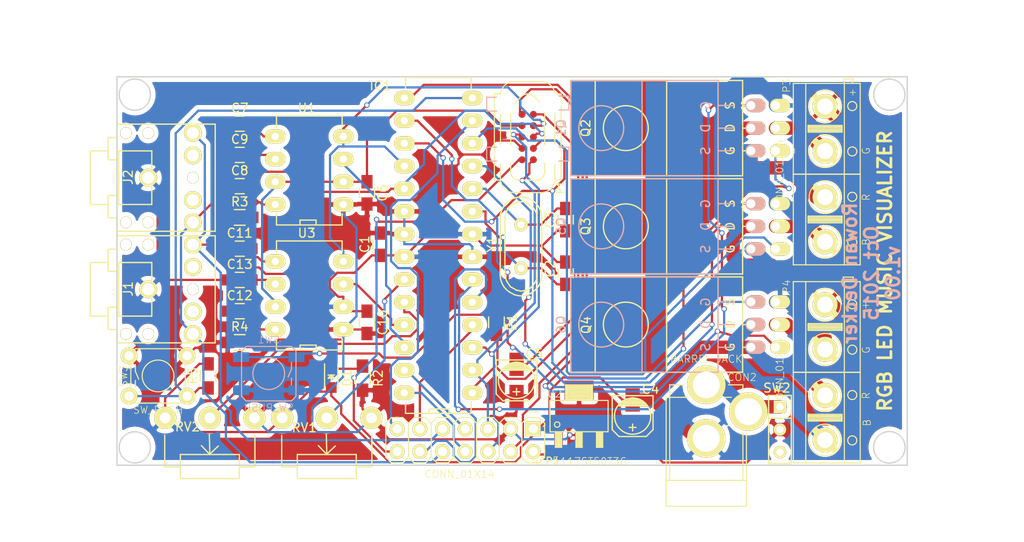
<source format=kicad_pcb>
(kicad_pcb (version 4) (host pcbnew "(2015-10-25 BZR 6279, Git c721c21)-product")
  (title_block (title "Music Visualizer") (date 2015-10-17) (rev 1.0))
  (layers (0 F.Cu signal) (31 B.Cu signal) (34 B.Paste user) (35 F.Paste user) (36 B.SilkS user) (37 F.SilkS user) (38 B.Mask user) (39 F.Mask user) (44 Edge.Cuts user))
  (net 0 "")
  (net 1 GND)
  (net 2 /B1)
  (net 3 /B2)
  (net 4 "Net-(C8-Pad2)")
  (net 5 "Net-(C9-Pad1)")
  (net 6 "Net-(C7-Pad1)")
  (net 7 "Net-(C12-Pad2)")
  (net 8 "Net-(C13-Pad1)")
  (net 9 "Net-(C11-Pad1)")
  (net 10 +12V)
  (net 11 "Net-(D1-Pad1)")
  (net 12 /RESET)
  (net 13 /D2)
  (net 14 /D4)
  (net 15 /D7)
  (net 16 /BTN1)
  (net 17 /LED_B1)
  (net 18 /LED_R1)
  (net 19 /LED_G1)
  (net 20 /LED_B2)
  (net 21 /LED_R2)
  (net 22 /LED_G2)
  (net 23 +5V)
  (net 24 /AUX)
  (net 25 +3V3)
  (net 26 /XTAL2)
  (net 27 /XTAL1)
  (net 28 /RX)
  (net 29 /TX)
  (net 30 /R1)
  (net 31 /G1)
  (net 32 /R2)
  (net 33 /G2)
  (net 34 /POT1)
  (net 35 /POT2)
  (net 36 /SDA)
  (net 37 /SCL)
  (net 38 /PWR_IN)
  (net 39 /RIGHT)
  (net 40 /LEFT)
  (net 41 /MISO)
  (net 42 /CLK)
  (net 43 /EQ1)
  (net 44 /EQ2)
  (module Visualizer:DIP-28 (layer F.Cu) (at 75.3 70.4 180)
    (fp_text reference IC1 (at 10.3 34.4 180) (layer F.SilkS))
    (fp_text value ATMEGA328P)
    (pad 1 thru_hole oval (at 0 0 180) (size 2.3 1.6) (drill 0.8) (layers *.Cu *.Mask F.SilkS) (net 12 /RESET))
    (pad 2 thru_hole oval (at 0 2.54 180) (size 2.3 1.6) (drill 0.8) (layers *.Cu *.Mask F.SilkS) (net 28 /RX))
    (pad 3 thru_hole oval (at 0 5.08 180) (size 2.3 1.6) (drill 0.8) (layers *.Cu *.Mask F.SilkS) (net 29 /TX))
    (pad 4 thru_hole oval (at 0 7.62 180) (size 2.3 1.6) (drill 0.8) (layers *.Cu *.Mask F.SilkS) (net 13 /D2))
    (pad 5 thru_hole oval (at 0 10.16 180) (size 2.3 1.6) (drill 0.8) (layers *.Cu *.Mask F.SilkS) (net 30 /R1))
    (pad 6 thru_hole oval (at 0 12.7 180) (size 2.3 1.6) (drill 0.8) (layers *.Cu *.Mask F.SilkS) (net 14 /D4))
    (pad 7 thru_hole oval (at 0 15.24 180) (size 2.3 1.6) (drill 0.8) (layers *.Cu *.Mask F.SilkS) (net 23 +5V))
    (pad 8 thru_hole oval (at 0 17.78 180) (size 2.3 1.6) (drill 0.8) (layers *.Cu *.Mask F.SilkS) (net 1 GND))
    (pad 9 thru_hole oval (at 0 20.32 180) (size 2.3 1.6) (drill 0.8) (layers *.Cu *.Mask F.SilkS) (net 26 /XTAL2))
    (pad 10 thru_hole oval (at 0 22.86 180) (size 2.3 1.6) (drill 0.8) (layers *.Cu *.Mask F.SilkS) (net 27 /XTAL1))
    (pad 11 thru_hole oval (at 0 25.4 180) (size 2.3 1.6) (drill 0.8) (layers *.Cu *.Mask F.SilkS) (net 31 /G1))
    (pad 12 thru_hole oval (at 0 27.94 180) (size 2.3 1.6) (drill 0.8) (layers *.Cu *.Mask F.SilkS) (net 2 /B1))
    (pad 13 thru_hole oval (at 0 30.48 180) (size 2.3 1.6) (drill 0.8) (layers *.Cu *.Mask F.SilkS) (net 15 /D7))
    (pad 14 thru_hole oval (at 0 33.02 180) (size 2.3 1.6) (drill 0.8) (layers *.Cu *.Mask F.SilkS) (net 16 /BTN1))
    (pad 15 thru_hole oval (at 7.62 33.02 180) (size 2.3 1.6) (drill 0.8) (layers *.Cu *.Mask F.SilkS) (net 32 /R2))
    (pad 16 thru_hole oval (at 7.62 30.48 180) (size 2.3 1.6) (drill 0.8) (layers *.Cu *.Mask F.SilkS) (net 33 /G2))
    (pad 17 thru_hole oval (at 7.62 27.94 180) (size 2.3 1.6) (drill 0.8) (layers *.Cu *.Mask F.SilkS) (net 3 /B2))
    (pad 18 thru_hole oval (at 7.62 25.4 180) (size 2.3 1.6) (drill 0.8) (layers *.Cu *.Mask F.SilkS) (net 41 /MISO))
    (pad 19 thru_hole oval (at 7.62 22.86 180) (size 2.3 1.6) (drill 0.8) (layers *.Cu *.Mask F.SilkS) (net 42 /CLK))
    (pad 20 thru_hole oval (at 7.62 20.32 180) (size 2.3 1.6) (drill 0.8) (layers *.Cu *.Mask F.SilkS) (net 23 +5V))
    (pad 21 thru_hole oval (at 7.62 17.78 180) (size 2.3 1.6) (drill 0.8) (layers *.Cu *.Mask F.SilkS) (net 23 +5V))
    (pad 22 thru_hole oval (at 7.62 15.24 180) (size 2.3 1.6) (drill 0.8) (layers *.Cu *.Mask F.SilkS) (net 1 GND))
    (pad 23 thru_hole oval (at 7.62 12.7 180) (size 2.3 1.6) (drill 0.8) (layers *.Cu *.Mask F.SilkS) (net 34 /POT1))
    (pad 24 thru_hole oval (at 7.62 10.16 180) (size 2.3 1.6) (drill 0.8) (layers *.Cu *.Mask F.SilkS) (net 35 /POT2))
    (pad 25 thru_hole oval (at 7.62 7.62 180) (size 2.3 1.6) (drill 0.8) (layers *.Cu *.Mask F.SilkS) (net 43 /EQ1))
    (pad 26 thru_hole oval (at 7.62 5.08 180) (size 2.3 1.6) (drill 0.8) (layers *.Cu *.Mask F.SilkS) (net 44 /EQ2))
    (pad 27 thru_hole oval (at 7.62 2.54 180) (size 2.3 1.6) (drill 0.8) (layers *.Cu *.Mask F.SilkS) (net 36 /SDA))
    (pad 28 thru_hole oval (at 7.62 0 180) (size 2.3 1.6) (drill 0.8) (layers *.Cu *.Mask F.SilkS) (net 37 /SCL))
  )
  (module Capacitors_SMD:C_0805_HandSoldering (layer F.Cu) (at 85.75 51 270)
    (fp_text reference C3 (at 0 1.75 270) (layer F.SilkS))
    (fp_text value 22pF)
    (pad 1 smd rect (at -1.25 0 270) (size 1.5 1.25) (layers F.Cu F.Paste F.Mask) (net 27 /XTAL1))
    (pad 2 smd rect (at 1.25 0 270) (size 1.5 1.25) (layers F.Cu F.Paste F.Mask) (net 1 GND))
  )
  (module Resistors_SMD:R_0805_HandSoldering (layer F.Cu) (at 45.7 68.5 270)
    (fp_text reference R5 (at 0 1.7 270) (layer F.SilkS))
    (fp_text value 10K)
    (pad 1 smd rect (at -1.35 0 270) (size 1.5 1.3) (layers F.Cu F.Paste F.Mask) (net 1 GND))
    (pad 2 smd rect (at 1.35 0 270) (size 1.5 1.3) (layers F.Cu F.Paste F.Mask) (net 16 /BTN1))
  )
  (module ab2_sot:AB2_SOT223 (layer F.Cu) (at 87.25 73)
    (fp_text reference U2 (at -2.75 -2.5) (layer F.SilkS) (effects (font (size 0.8128 0.8128) (thickness 0.0762))))
    (fp_text value NCP1117ST50T3G (at 0 5.08) (layer F.SilkS) (effects (font (size 0.8128 0.8128) (thickness 0.0762))))
    (pad 2 smd rect (at 0 -2.9) (size 3.25 2.15) (layers F.Cu F.Paste F.Mask) (net 23 +5V))
    (pad 1 smd rect (at -2.3 2.9) (size 0.95 2.15) (layers F.Cu F.Paste F.Mask) (net 1 GND))
    (pad 2 smd rect (at 0 2.9) (size 0.95 2.15) (layers F.Cu F.Paste F.Mask) (net 23 +5V))
    (pad 3 smd rect (at 2.3 2.9) (size 0.95 2.15) (layers F.Cu F.Paste F.Mask) (net 10 +12V))
  )
  (module Capacitors_SMD:C_0805_HandSoldering (layer F.Cu) (at 65 53.75 270)
    (fp_text reference C1 (at 0 1.75 270) (layer F.SilkS))
    (fp_text value 100nF)
    (pad 1 smd rect (at -1.25 0 270) (size 1.5 1.25) (layers F.Cu F.Paste F.Mask) (net 23 +5V))
    (pad 2 smd rect (at 1.25 0 270) (size 1.5 1.25) (layers F.Cu F.Paste F.Mask) (net 1 GND))
  )
  (module Capacitors_SMD:C_0805_HandSoldering (layer F.Cu) (at 85.75 57 270)
    (fp_text reference C2 (at -0.5 1.75 270) (layer F.SilkS))
    (fp_text value 22pF)
    (pad 1 smd rect (at -1.25 0 270) (size 1.5 1.25) (layers F.Cu F.Paste F.Mask) (net 1 GND))
    (pad 2 smd rect (at 1.25 0 270) (size 1.5 1.25) (layers F.Cu F.Paste F.Mask) (net 26 /XTAL2))
  )
  (module Capacitors_SMD:c_elec_4x4.5 (layer F.Cu) (at 93.25 73 270)
    (fp_text reference C4 (at -3 -2 540) (layer F.SilkS))
    (fp_text value 10uF)
    (pad 1 smd rect (at 1.80086 0 270) (size 2.60096 1.6002) (layers F.Cu F.Paste F.Mask) (net 10 +12V))
    (pad 2 smd rect (at -1.80086 0 270) (size 2.60096 1.6002) (layers F.Cu F.Paste F.Mask) (net 1 GND))
  )
  (module Capacitors_SMD:c_elec_4x4.5 (layer F.Cu) (at 80.25 69 270)
    (fp_text reference C5 (at -3 -2 540) (layer F.SilkS))
    (fp_text value 10uF)
    (pad 1 smd rect (at 1.80086 0 270) (size 2.60096 1.6002) (layers F.Cu F.Paste F.Mask) (net 23 +5V))
    (pad 2 smd rect (at -1.80086 0 270) (size 2.60096 1.6002) (layers F.Cu F.Paste F.Mask) (net 1 GND))
  )
  (module Capacitors_SMD:C_0805_HandSoldering (layer F.Cu) (at 63.5 48 90)
    (fp_text reference C6 (at 0 1.75 90) (layer F.SilkS))
    (fp_text value 100nF)
    (pad 1 smd rect (at -1.25 0 90) (size 1.5 1.25) (layers F.Cu F.Paste F.Mask) (net 23 +5V))
    (pad 2 smd rect (at 1.25 0 90) (size 1.5 1.25) (layers F.Cu F.Paste F.Mask) (net 1 GND))
  )
  (module Capacitors_SMD:C_0805_HandSoldering (layer F.Cu) (at 49.25 40.25 180)
    (fp_text reference C7 (at 0 1.75 180) (layer F.SilkS))
    (fp_text value 10nF)
    (pad 1 smd rect (at -1.25 0 180) (size 1.5 1.25) (layers F.Cu F.Paste F.Mask) (net 6 "Net-(C7-Pad1)"))
    (pad 2 smd rect (at 1.25 0 180) (size 1.5 1.25) (layers F.Cu F.Paste F.Mask) (net 39 /RIGHT))
  )
  (module Capacitors_SMD:C_0805_HandSoldering (layer F.Cu) (at 49.25 47.25)
    (fp_text reference C8 (at 0 -1.75) (layer F.SilkS))
    (fp_text value 33pF)
    (pad 1 smd rect (at -1.25 0) (size 1.5 1.25) (layers F.Cu F.Paste F.Mask) (net 1 GND))
    (pad 2 smd rect (at 1.25 0) (size 1.5 1.25) (layers F.Cu F.Paste F.Mask) (net 4 "Net-(C8-Pad2)"))
  )
  (module Capacitors_SMD:C_0805_HandSoldering (layer F.Cu) (at 49.25 43.75 180)
    (fp_text reference C9 (at 0 1.75 180) (layer F.SilkS))
    (fp_text value 100nF)
    (pad 1 smd rect (at -1.25 0 180) (size 1.5 1.25) (layers F.Cu F.Paste F.Mask) (net 5 "Net-(C9-Pad1)"))
    (pad 2 smd rect (at 1.25 0 180) (size 1.5 1.25) (layers F.Cu F.Paste F.Mask) (net 1 GND))
  )
  (module Capacitors_SMD:C_0805_HandSoldering (layer F.Cu) (at 63.5 62.5 90)
    (fp_text reference C10 (at 0 1.75 90) (layer F.SilkS))
    (fp_text value 100nF)
    (pad 1 smd rect (at -1.25 0 90) (size 1.5 1.25) (layers F.Cu F.Paste F.Mask) (net 23 +5V))
    (pad 2 smd rect (at 1.25 0 90) (size 1.5 1.25) (layers F.Cu F.Paste F.Mask) (net 1 GND))
  )
  (module Capacitors_SMD:C_0805_HandSoldering (layer F.Cu) (at 49.25 54.25 180)
    (fp_text reference C11 (at 0 1.75 180) (layer F.SilkS))
    (fp_text value 10nF)
    (pad 1 smd rect (at -1.25 0 180) (size 1.5 1.25) (layers F.Cu F.Paste F.Mask) (net 9 "Net-(C11-Pad1)"))
    (pad 2 smd rect (at 1.25 0 180) (size 1.5 1.25) (layers F.Cu F.Paste F.Mask) (net 40 /LEFT))
  )
  (module Capacitors_SMD:C_0805_HandSoldering (layer F.Cu) (at 49.25 61.25)
    (fp_text reference C12 (at 0 -1.75) (layer F.SilkS))
    (fp_text value 33pF)
    (pad 1 smd rect (at -1.25 0) (size 1.5 1.25) (layers F.Cu F.Paste F.Mask) (net 1 GND))
    (pad 2 smd rect (at 1.25 0) (size 1.5 1.25) (layers F.Cu F.Paste F.Mask) (net 7 "Net-(C12-Pad2)"))
  )
  (module Capacitors_SMD:C_0805_HandSoldering (layer F.Cu) (at 49.25 57.75 180)
    (fp_text reference C13 (at 0 1.75 180) (layer F.SilkS))
    (fp_text value 100nF)
    (pad 1 smd rect (at -1.25 0 180) (size 1.5 1.25) (layers F.Cu F.Paste F.Mask) (net 8 "Net-(C13-Pad1)"))
    (pad 2 smd rect (at 1.25 0 180) (size 1.5 1.25) (layers F.Cu F.Paste F.Mask) (net 1 GND))
  )
  (module ab2_power:AB2_PB_2MM_JACK_PTH (layer F.Cu) (at 101.5 75.5 180)
    (fp_text reference CON2 (at -4 6.85 360) (layer F.SilkS) (effects (font (size 0.8128 0.8128) (thickness 0.0762))))
    (fp_text value BARREL_JACK (at 0 8.89 180) (layer F.SilkS) (effects (font (size 0.8128 0.8128) (thickness 0.0762))))
    (pad 2 thru_hole circle (at 0 0) (size 4.318 4.318) (drill 2.9972) (layers *.Cu *.Mask F.SilkS) (net 1 GND))
    (pad 1 thru_hole circle (at 0 6) (size 4.318 4.318) (drill 2.9972) (layers *.Cu *.Mask F.SilkS) (net 38 /PWR_IN))
    (pad 3 thru_hole circle (at -4.7 3) (size 4.318 4.318) (drill 2.9972) (layers *.Cu *.Mask F.SilkS) (net 38 /PWR_IN))
  )
  (module LEDs:LED-0805 (layer F.Cu) (at 59.5 68.75 270)
    (fp_text reference D1 (at 0 -1.75 270) (layer F.SilkS))
    (fp_text value PWRLED)
    (pad 2 smd rect (at 1.04902 0 90) (size 1.19888 1.19888) (layers F.Cu F.Paste F.Mask) (net 1 GND))
    (pad 1 smd rect (at -1.04902 0 90) (size 1.19888 1.19888) (layers F.Cu F.Paste F.Mask) (net 11 "Net-(D1-Pad1)"))
  )
  (module Tag-Connect:TC2050_BIG (layer F.Cu) (at 81.5 41.75 270)
    (fp_text reference P1 (at 5.65 -3.65 270) (layer F.SilkS) (effects (font (size 0.75692 0.75692) (thickness 0.127))))
    (fp_text value TC2050-IDC hide)
    (pad 6 connect circle (at 2.54 -0.635 270) (size 0.78486 0.78486) (layers F.Cu F.Mask) (net 28 /RX))
    (pad 5 connect circle (at 2.54 0.635 270) (size 0.78486 0.78486) (layers F.Cu F.Mask) (net 24 /AUX))
    (pad 7 connect circle (at 1.27 -0.635 270) (size 0.78486 0.78486) (layers F.Cu F.Mask) (net 3 /B2))
    (pad 4 connect circle (at 1.27 0.635 270) (size 0.78486 0.78486) (layers F.Cu F.Mask) (net 23 +5V))
    (pad 1 connect circle (at -2.54 0.635 270) (size 0.78486 0.78486) (layers F.Cu F.Mask) (net 25 +3V3))
    (pad 10 connect circle (at -2.54 -0.635 270) (size 0.78486 0.78486) (layers F.Cu F.Mask) (net 12 /RESET))
    (pad 2 connect circle (at -1.27 0.635 270) (size 0.78486 0.78486) (layers F.Cu F.Mask) (net 1 GND))
    (pad 9 connect circle (at -1.27 -0.635 270) (size 0.78486 0.78486) (layers F.Cu F.Mask) (net 41 /MISO))
    (pad 3 connect circle (at 0 0.635 270) (size 0.78486 0.78486) (layers F.Cu F.Mask) (net 29 /TX))
    (pad 8 connect circle (at 0 -0.635 270) (size 0.78486 0.78486) (layers F.Cu F.Mask) (net 42 /CLK))
    (pad "" np_thru_hole circle (at -3.81 0 270) (size 0.98806 0.98806) (drill 0.98806) (layers *.Cu *.Mask F.SilkS))
    (pad "" np_thru_hole circle (at 3.81 -1.016 270) (size 0.98552 0.98552) (drill 0.98552) (layers *.Cu *.Mask F.SilkS))
    (pad "" np_thru_hole circle (at 3.81 1.016 270) (size 0.98552 0.98552) (drill 0.98552) (layers *.Cu *.Mask F.SilkS))
    (pad "" np_thru_hole circle (at -3.81 -2.54 270) (size 2.37236 2.37236) (drill 2.37236) (layers *.Cu *.Mask F.SilkS))
    (pad "" np_thru_hole circle (at 1.905 -2.54 270) (size 2.36982 2.36982) (drill 2.36982) (layers *.Cu *.Mask F.SilkS))
    (pad "" np_thru_hole circle (at -3.683 2.54 270) (size 2.36982 2.36982) (drill 2.36982) (layers *.Cu *.Mask F.SilkS))
    (pad "" np_thru_hole circle (at 1.905 2.54 270) (size 2.36982 2.36982) (drill 2.36982) (layers *.Cu *.Mask F.SilkS))
  )
  (module Resistors_SMD:R_0805_HandSoldering (layer F.Cu) (at 78 62.5 90)
    (fp_text reference R1 (at 0 1.75 90) (layer F.SilkS))
    (fp_text value 10K)
    (pad 1 smd rect (at -1.35 0 90) (size 1.5 1.3) (layers F.Cu F.Paste F.Mask) (net 12 /RESET))
    (pad 2 smd rect (at 1.35 0 90) (size 1.5 1.3) (layers F.Cu F.Paste F.Mask) (net 23 +5V))
  )
  (module Resistors_SMD:R_0805_HandSoldering (layer F.Cu) (at 63 68.75 270)
    (fp_text reference R2 (at 0 -1.75 270) (layer F.SilkS))
    (fp_text value R)
    (pad 1 smd rect (at -1.35 0 270) (size 1.5 1.3) (layers F.Cu F.Paste F.Mask) (net 11 "Net-(D1-Pad1)"))
    (pad 2 smd rect (at 1.35 0 270) (size 1.5 1.3) (layers F.Cu F.Paste F.Mask) (net 23 +5V))
  )
  (module Resistors_SMD:R_0805_HandSoldering (layer F.Cu) (at 49.25 50.75 180)
    (fp_text reference R3 (at 0 1.75 180) (layer F.SilkS))
    (fp_text value 200K)
    (pad 1 smd rect (at -1.35 0 180) (size 1.5 1.3) (layers F.Cu F.Paste F.Mask) (net 4 "Net-(C8-Pad2)"))
    (pad 2 smd rect (at 1.35 0 180) (size 1.5 1.3) (layers F.Cu F.Paste F.Mask) (net 23 +5V))
  )
  (module Resistors_SMD:R_0805_HandSoldering (layer F.Cu) (at 49.25 64.75 180)
    (fp_text reference R4 (at 0 1.75 180) (layer F.SilkS))
    (fp_text value 200K)
    (pad 1 smd rect (at -1.35 0 180) (size 1.5 1.3) (layers F.Cu F.Paste F.Mask) (net 7 "Net-(C12-Pad2)"))
    (pad 2 smd rect (at 1.35 0 180) (size 1.5 1.3) (layers F.Cu F.Paste F.Mask) (net 23 +5V))
  )
  (module Potentiometers:Potentiometer_WirePads (layer F.Cu) (at 64 73.2 270)
    (fp_text reference RV1 (at 1.094 7.522 360) (layer F.SilkS))
    (fp_text value POT)
    (pad 2 thru_hole circle (at 0 5.00126 270) (size 2.49936 2.49936) (drill 1.19888) (layers *.Cu *.Mask F.SilkS) (net 34 /POT1))
    (pad 3 thru_hole circle (at 0 10.00252 270) (size 2.49936 2.49936) (drill 1.19888) (layers *.Cu *.Mask F.SilkS) (net 1 GND))
    (pad 1 thru_hole circle (at 0 0 270) (size 2.49936 2.49936) (drill 1.19888) (layers *.Cu *.Mask F.SilkS) (net 23 +5V))
  )
  (module Buttons_Switches_ThroughHole:SW_Micro_SPST (layer F.Cu) (at 109.75 74.5 270)
    (fp_text reference SW2 (at -4.65 0.35 360) (layer F.SilkS))
    (fp_text value SPST)
    (pad 1 thru_hole rect (at -2.54 0 270) (size 1.397 1.397) (drill 0.8128) (layers *.Cu *.Mask F.SilkS) (net 38 /PWR_IN))
    (pad 2 thru_hole circle (at 0 0 270) (size 1.397 1.397) (drill 0.8128) (layers *.Cu *.Mask F.SilkS) (net 10 +12V))
    (pad 3 thru_hole circle (at 2.54 0 270) (size 1.397 1.397) (drill 0.8128) (layers *.Cu *.Mask F.SilkS))
  )
  (module ab2_terminal_block:AB2_TB_04_RA_5MM_L-BLK (layer F.Cu) (at 114.8 68.1 270)
    (fp_text reference P4 (at -9.6 4.3 270) (layer F.SilkS) (effects (font (size 0.8128 0.8128) (thickness 0.0762))))
    (fp_text value CONN_01X04 (at 0 5.08 270) (layer F.SilkS) (effects (font (size 0.8128 0.8128) (thickness 0.0762))))
    (fp_text user R (at 2.6 -4.6 270) (layer F.SilkS) (effects (font (size 0.8128 0.8128) (thickness 0.0762))))
    (fp_text user B (at 5.65 -4.7 270) (layer F.SilkS) (effects (font (size 0.8128 0.8128) (thickness 0.0762))))
    (fp_text user G (at -2.5 -4.6 270) (layer F.SilkS) (effects (font (size 0.8128 0.8128) (thickness 0.0762))))
    (fp_text user + (at -7.5 -4.5 270) (layer F.SilkS) (effects (font (size 0.8128 0.8128) (thickness 0.0762))))
    (pad 4 thru_hole circle (at 7.58 0 270) (size 2.794 2.794) (drill 1.778) (layers *.Cu *.Mask F.SilkS) (net 20 /LED_B2))
    (pad 3 thru_hole circle (at 2.58 0 270) (size 2.794 2.794) (drill 1.778) (layers *.Cu *.Mask F.SilkS) (net 21 /LED_R2))
    (pad 1 thru_hole circle (at -7.58 0 270) (size 2.794 2.794) (drill 1.778) (layers *.Cu *.Mask F.SilkS) (net 10 +12V))
    (pad 2 thru_hole circle (at -2.58 0 270) (size 2.794 2.794) (drill 1.778) (layers *.Cu *.Mask F.SilkS) (net 22 /LED_G2))
  )
  (module Crystals:Crystal_HC49-U_Vertical (layer F.Cu) (at 80.75 54 270)
    (fp_text reference Y1 (at -0.25 3.25 270) (layer F.SilkS))
    (fp_text value 16Mhz)
    (pad 1 thru_hole circle (at -2.44094 0 270) (size 1.50114 1.50114) (drill 0.8001) (layers *.Cu *.Mask F.SilkS) (net 27 /XTAL1))
    (pad 2 thru_hole circle (at 2.44094 0 270) (size 1.50114 1.50114) (drill 0.8001) (layers *.Cu *.Mask F.SilkS) (net 26 /XTAL2))
  )
  (module Potentiometers:Potentiometer_WirePads (layer F.Cu) (at 50.9 73.2 270)
    (fp_text reference RV2 (at 1 7.5 360) (layer F.SilkS))
    (fp_text value POT)
    (pad 2 thru_hole circle (at 0 5.00126 270) (size 2.49936 2.49936) (drill 1.19888) (layers *.Cu *.Mask F.SilkS) (net 35 /POT2))
    (pad 3 thru_hole circle (at 0 10.00252 270) (size 2.49936 2.49936) (drill 1.19888) (layers *.Cu *.Mask F.SilkS) (net 1 GND))
    (pad 1 thru_hole circle (at 0 0 270) (size 2.49936 2.49936) (drill 1.19888) (layers *.Cu *.Mask F.SilkS) (net 23 +5V))
  )
  (module ab2_input_devices:AB2_PB_MOM_6MM_PTH_BLK (layer F.Cu) (at 40.1 68.5)
    (fp_text reference SW3 (at -3.85 0 90) (layer F.SilkS) (effects (font (size 0.8128 0.8128) (thickness 0.0762))))
    (fp_text value SW_PUSH (at 0 3.81) (layer F.SilkS) (effects (font (size 0.8128 0.8128) (thickness 0.0762))))
    (pad 1 thru_hole circle (at -3.2512 -2.2606) (size 1.8796 1.8796) (drill 1.016) (layers *.Cu *.Mask F.SilkS) (net 23 +5V))
    (pad 1 thru_hole circle (at 3.2512 -2.2606) (size 1.8796 1.8796) (drill 1.016) (layers *.Cu *.Mask F.SilkS) (net 23 +5V))
    (pad 2 thru_hole circle (at -3.2512 2.2606) (size 1.8796 1.8796) (drill 1.016) (layers *.Cu *.Mask F.SilkS) (net 16 /BTN1))
    (pad 2 thru_hole circle (at 3.2512 2.2606) (size 1.8796 1.8796) (drill 1.016) (layers *.Cu *.Mask F.SilkS) (net 16 /BTN1))
  )
  (module ab2_terminal_block:AB2_TB_04_RA_5MM_L-BLK (layer F.Cu) (at 114.8 45.9 270)
    (fp_text reference P3 (at -9.9 4.3 270) (layer F.SilkS) (effects (font (size 0.8128 0.8128) (thickness 0.0762))))
    (fp_text value CONN_01X04 (at 0 5.08 270) (layer F.SilkS) (effects (font (size 0.8128 0.8128) (thickness 0.0762))))
    (fp_text user R (at 2.6 -4.6 270) (layer F.SilkS) (effects (font (size 0.8128 0.8128) (thickness 0.0762))))
    (fp_text user B (at 7.6 -4.6 270) (layer F.SilkS) (effects (font (size 0.8128 0.8128) (thickness 0.0762))))
    (fp_text user G (at -2.6 -4.6 270) (layer F.SilkS) (effects (font (size 0.8128 0.8128) (thickness 0.0762))))
    (fp_text user + (at -9.144 -3.048 450) (layer F.SilkS) (effects (font (size 0.8128 0.8128) (thickness 0.0762))))
    (pad 4 thru_hole circle (at 7.58 0 270) (size 2.794 2.794) (drill 1.778) (layers *.Cu *.Mask F.SilkS) (net 17 /LED_B1))
    (pad 3 thru_hole circle (at 2.58 0 270) (size 2.794 2.794) (drill 1.778) (layers *.Cu *.Mask F.SilkS) (net 18 /LED_R1))
    (pad 1 thru_hole circle (at -7.58 0 270) (size 2.794 2.794) (drill 1.778) (layers *.Cu *.Mask F.SilkS) (net 10 +12V))
    (pad 2 thru_hole circle (at -2.58 0 270) (size 2.794 2.794) (drill 1.778) (layers *.Cu *.Mask F.SilkS) (net 19 /LED_G1))
  )
  (module ab2_header:AB2_HDR_M07-2V (layer F.Cu) (at 74.5 75.7 180)
    (fp_text reference P5 (at -9.75 -2.3 180) (layer F.SilkS) (effects (font (size 0.8128 0.8128) (thickness 0.0762))))
    (fp_text value CONN_01X14 (at 0.635 -3.81 180) (layer F.SilkS) (effects (font (size 0.8128 0.8128) (thickness 0.0762))))
    (pad 14 thru_hole circle (at 7.62 -1.27 180) (size 1.6764 1.6764) (drill 1.016) (layers *.Cu *.Mask F.SilkS) (net 24 /AUX))
    (pad 13 thru_hole circle (at 7.62 1.27 180) (size 1.6764 1.6764) (drill 1.016) (layers *.Cu *.Mask F.SilkS) (net 15 /D7))
    (pad 11 thru_hole circle (at 5.08 1.27 180) (size 1.6764 1.6764) (drill 1.016) (layers *.Cu *.Mask F.SilkS) (net 13 /D2))
    (pad 12 thru_hole circle (at 5.08 -1.27 180) (size 1.6764 1.6764) (drill 1.016) (layers *.Cu *.Mask F.SilkS) (net 14 /D4))
    (pad 10 thru_hole circle (at 2.54 -1.27 180) (size 1.6764 1.6764) (drill 1.016) (layers *.Cu *.Mask F.SilkS) (net 39 /RIGHT))
    (pad 9 thru_hole circle (at 2.54 1.27 180) (size 1.6764 1.6764) (drill 1.016) (layers *.Cu *.Mask F.SilkS) (net 40 /LEFT))
    (pad 7 thru_hole circle (at 0 1.27 180) (size 1.6764 1.6764) (drill 1.016) (layers *.Cu *.Mask F.SilkS) (net 36 /SDA))
    (pad 8 thru_hole circle (at 0 -1.27 180) (size 1.6764 1.6764) (drill 1.016) (layers *.Cu *.Mask F.SilkS) (net 37 /SCL))
    (pad 6 thru_hole circle (at -2.54 -1.27 180) (size 1.6764 1.6764) (drill 1.016) (layers *.Cu *.Mask F.SilkS) (net 29 /TX))
    (pad 5 thru_hole circle (at -2.54 1.27 180) (size 1.6764 1.6764) (drill 1.016) (layers *.Cu *.Mask F.SilkS) (net 28 /RX))
    (pad 3 thru_hole circle (at -5.08 1.27 180) (size 1.6764 1.6764) (drill 1.016) (layers *.Cu *.Mask F.SilkS) (net 23 +5V))
    (pad 4 thru_hole circle (at -5.08 -1.27 180) (size 1.6764 1.6764) (drill 1.016) (layers *.Cu *.Mask F.SilkS) (net 25 +3V3))
    (pad 2 thru_hole circle (at -7.62 -1.27 180) (size 1.6764 1.6764) (drill 1.016) (layers *.Cu *.Mask F.SilkS) (net 10 +12V))
    (pad 1 thru_hole rect (at -7.62 1.27 180) (size 1.6764 1.6764) (drill 1.016) (layers *.Cu *.Mask F.SilkS) (net 1 GND))
  )
  (module Visualizer:DIP-8 (layer F.Cu) (at 60.85 63.3 180)
    (fp_text reference U3 (at 4.1 10.8 180) (layer F.SilkS))
    (fp_text value MSGEQ7)
    (pad 1 thru_hole oval (at 0 0 180) (size 2.3 1.6) (drill 0.8) (layers *.Cu *.Mask F.SilkS) (net 23 +5V))
    (pad 2 thru_hole oval (at 0 2.54 180) (size 2.3 1.6) (drill 0.8) (layers *.Cu *.Mask F.SilkS) (net 1 GND))
    (pad 3 thru_hole oval (at 0 5.08 180) (size 2.3 1.6) (drill 0.8) (layers *.Cu *.Mask F.SilkS) (net 43 /EQ1))
    (pad 4 thru_hole oval (at 0 7.62 180) (size 2.3 1.6) (drill 0.8) (layers *.Cu *.Mask F.SilkS) (net 41 /MISO))
    (pad 5 thru_hole oval (at 7.62 7.62 180) (size 2.3 1.6) (drill 0.8) (layers *.Cu *.Mask F.SilkS) (net 9 "Net-(C11-Pad1)"))
    (pad 6 thru_hole oval (at 7.62 5.08 180) (size 2.3 1.6) (drill 0.8) (layers *.Cu *.Mask F.SilkS) (net 8 "Net-(C13-Pad1)"))
    (pad 7 thru_hole oval (at 7.62 2.54 180) (size 2.3 1.6) (drill 0.8) (layers *.Cu *.Mask F.SilkS) (net 42 /CLK))
    (pad 8 thru_hole oval (at 7.62 0 180) (size 2.3 1.6) (drill 0.8) (layers *.Cu *.Mask F.SilkS) (net 7 "Net-(C12-Pad2)"))
  )
  (module Visualizer:DIP-8 (layer F.Cu) (at 60.85 49.3 180)
    (fp_text reference U1 (at 4.1 10.8 180) (layer F.SilkS))
    (fp_text value MSGEQ7)
    (pad 1 thru_hole oval (at 0 0 180) (size 2.3 1.6) (drill 0.8) (layers *.Cu *.Mask F.SilkS) (net 23 +5V))
    (pad 2 thru_hole oval (at 0 2.54 180) (size 2.3 1.6) (drill 0.8) (layers *.Cu *.Mask F.SilkS) (net 1 GND))
    (pad 3 thru_hole oval (at 0 5.08 180) (size 2.3 1.6) (drill 0.8) (layers *.Cu *.Mask F.SilkS) (net 44 /EQ2))
    (pad 4 thru_hole oval (at 0 7.62 180) (size 2.3 1.6) (drill 0.8) (layers *.Cu *.Mask F.SilkS) (net 41 /MISO))
    (pad 5 thru_hole oval (at 7.62 7.62 180) (size 2.3 1.6) (drill 0.8) (layers *.Cu *.Mask F.SilkS) (net 6 "Net-(C7-Pad1)"))
    (pad 6 thru_hole oval (at 7.62 5.08 180) (size 2.3 1.6) (drill 0.8) (layers *.Cu *.Mask F.SilkS) (net 5 "Net-(C9-Pad1)"))
    (pad 7 thru_hole oval (at 7.62 2.54 180) (size 2.3 1.6) (drill 0.8) (layers *.Cu *.Mask F.SilkS) (net 42 /CLK))
    (pad 8 thru_hole oval (at 7.62 0 180) (size 2.3 1.6) (drill 0.8) (layers *.Cu *.Mask F.SilkS) (net 4 "Net-(C8-Pad2)"))
  )
  (module Visualizer:AUDIO_JACK-3.5mm (layer F.Cu) (at 39.5 58.8 270)
    (fp_text reference J1 (at -0.05 2.75 270) (layer F.SilkS))
    (fp_text value AUDIO-JACK)
    (pad "" np_thru_hole circle (at 0 -4.5 270) (size 1.3 1.3) (drill 1.2) (layers *.Cu *.Mask F.SilkS))
    (pad "" np_thru_hole circle (at 5 3 270) (size 1.3 1.3) (drill 1.2) (layers *.Cu *.Mask F.SilkS))
    (pad "" np_thru_hole circle (at 5 0.5 270) (size 1.3 1.3) (drill 1.2) (layers *.Cu *.Mask F.SilkS))
    (pad "" np_thru_hole circle (at -5 3 270) (size 1.3 1.3) (drill 1.2) (layers *.Cu *.Mask F.SilkS))
    (pad "" np_thru_hole circle (at -5 0.5 270) (size 1.3 1.3) (drill 1.2) (layers *.Cu *.Mask F.SilkS))
    (pad 4 thru_hole circle (at -2.5 -4.5 270) (size 2 2) (drill 1.35) (layers *.Cu *.Mask F.SilkS))
    (pad 2 thru_hole circle (at -5 -4.5 270) (size 2 2) (drill 1.35) (layers *.Cu *.Mask F.SilkS) (net 40 /LEFT))
    (pad 5 thru_hole circle (at 2.5 -4.5 270) (size 2 2) (drill 1.35) (layers *.Cu *.Mask F.SilkS))
    (pad 3 thru_hole circle (at 5 -4.5 270) (size 2 2) (drill 1.35) (layers *.Cu *.Mask F.SilkS) (net 39 /RIGHT))
    (pad 1 thru_hole circle (at 0 0.5 270) (size 2 2) (drill 1.35) (layers *.Cu *.Mask F.SilkS) (net 1 GND))
  )
  (module Visualizer:AUDIO_JACK-3.5mm (layer F.Cu) (at 39.5 46.3 270)
    (fp_text reference J2 (at -0.05 2.75 270) (layer F.SilkS))
    (fp_text value AUDIO-JACK)
    (pad "" np_thru_hole circle (at 0 -4.5 270) (size 1.3 1.3) (drill 1.2) (layers *.Cu *.Mask F.SilkS))
    (pad "" np_thru_hole circle (at 5 3 270) (size 1.3 1.3) (drill 1.2) (layers *.Cu *.Mask F.SilkS))
    (pad "" np_thru_hole circle (at 5 0.5 270) (size 1.3 1.3) (drill 1.2) (layers *.Cu *.Mask F.SilkS))
    (pad "" np_thru_hole circle (at -5 3 270) (size 1.3 1.3) (drill 1.2) (layers *.Cu *.Mask F.SilkS))
    (pad "" np_thru_hole circle (at -5 0.5 270) (size 1.3 1.3) (drill 1.2) (layers *.Cu *.Mask F.SilkS))
    (pad 4 thru_hole circle (at -2.5 -4.5 270) (size 2 2) (drill 1.35) (layers *.Cu *.Mask F.SilkS))
    (pad 2 thru_hole circle (at -5 -4.5 270) (size 2 2) (drill 1.35) (layers *.Cu *.Mask F.SilkS) (net 40 /LEFT))
    (pad 5 thru_hole circle (at 2.5 -4.5 270) (size 2 2) (drill 1.35) (layers *.Cu *.Mask F.SilkS))
    (pad 3 thru_hole circle (at 5 -4.5 270) (size 2 2) (drill 1.35) (layers *.Cu *.Mask F.SilkS) (net 39 /RIGHT))
    (pad 1 thru_hole circle (at 0 0.5 270) (size 2 2) (drill 1.35) (layers *.Cu *.Mask F.SilkS) (net 1 GND))
  )
  (module Visualizer:TO-220_NFET_Horizontal (layer B.Cu) (at 106.5 40.75 270)
    (fp_text reference Q1 (at 0 21.25 270) (layer B.SilkS) (effects (justify mirror)))
    (fp_text value N-MOSFET)
    (fp_text user S (at 2.54 5.08 270) (layer B.SilkS) (effects (justify mirror)))
    (fp_text user D (at 0 5.08 270) (layer B.SilkS) (effects (justify mirror)))
    (fp_text user G (at -2.54 5.08 270) (layer B.SilkS) (effects (justify mirror)))
    (pad D thru_hole oval (at 0 0 180) (size 2.24536 1.50114) (drill 1.00076 (offset -0.508 0)) (layers *.Cu *.Mask B.SilkS) (net 18 /LED_R1))
    (pad G thru_hole oval (at -2.54 0 180) (size 2.24536 1.50114) (drill 1.00076 (offset -0.508 0)) (layers *.Cu *.Mask B.SilkS) (net 30 /R1))
    (pad S thru_hole oval (at 2.54 0 180) (size 2.24536 1.50114) (drill 1.00076 (offset -0.508 0)) (layers *.Cu *.Mask B.SilkS) (net 1 GND))
    (pad "" smd rect (at 0 16.2 270) (size 10.4902 7.8232) (layers B.Cu B.Paste B.Mask))
  )
  (module Visualizer:TO-220_NFET_Horizontal (layer B.Cu) (at 106.5 51.75 270)
    (fp_text reference Q5 (at 0 21.25 270) (layer B.SilkS) (effects (justify mirror)))
    (fp_text value N-MOSFET)
    (fp_text user S (at 2.54 5.08 270) (layer B.SilkS) (effects (justify mirror)))
    (fp_text user D (at 0 5.08 270) (layer B.SilkS) (effects (justify mirror)))
    (fp_text user G (at -2.54 5.08 270) (layer B.SilkS) (effects (justify mirror)))
    (pad D thru_hole oval (at 0 0 180) (size 2.24536 1.50114) (drill 1.00076 (offset -0.508 0)) (layers *.Cu *.Mask B.SilkS) (net 22 /LED_G2))
    (pad G thru_hole oval (at -2.54 0 180) (size 2.24536 1.50114) (drill 1.00076 (offset -0.508 0)) (layers *.Cu *.Mask B.SilkS) (net 33 /G2))
    (pad S thru_hole oval (at 2.54 0 180) (size 2.24536 1.50114) (drill 1.00076 (offset -0.508 0)) (layers *.Cu *.Mask B.SilkS) (net 1 GND))
    (pad "" smd rect (at 0 16.2 270) (size 10.4902 7.8232) (layers B.Cu B.Paste B.Mask))
  )
  (module Visualizer:TO-220_NFET_Horizontal (layer F.Cu) (at 109.25 51.75 90)
    (fp_text reference Q3 (at 0 -21.25 90) (layer F.SilkS))
    (fp_text value N-MOSFET)
    (fp_text user S (at 2.54 -5.08 90) (layer F.SilkS))
    (fp_text user D (at 0 -5.08 90) (layer F.SilkS))
    (fp_text user G (at -2.54 -5.08 90) (layer F.SilkS))
    (pad D thru_hole oval (at 0 0 180) (size 2.24536 1.50114) (drill 1.00076 (offset -0.508 0)) (layers *.Cu *.Mask F.SilkS) (net 17 /LED_B1))
    (pad G thru_hole oval (at -2.54 0 180) (size 2.24536 1.50114) (drill 1.00076 (offset -0.508 0)) (layers *.Cu *.Mask F.SilkS) (net 2 /B1))
    (pad S thru_hole oval (at 2.54 0 180) (size 2.24536 1.50114) (drill 1.00076 (offset -0.508 0)) (layers *.Cu *.Mask F.SilkS) (net 1 GND))
    (pad "" smd rect (at 0 -16.2 90) (size 10.4902 7.8232) (layers F.Cu F.Paste F.Mask))
  )
  (module Visualizer:TO-220_NFET_Horizontal (layer F.Cu) (at 109.25 62.75 90)
    (fp_text reference Q4 (at -0.05 -21.2 90) (layer F.SilkS))
    (fp_text value N-MOSFET)
    (fp_text user S (at 2.54 -5.08 90) (layer F.SilkS))
    (fp_text user D (at 0 -5.08 90) (layer F.SilkS))
    (fp_text user G (at -2.54 -5.08 90) (layer F.SilkS))
    (pad D thru_hole oval (at 0 0 180) (size 2.24536 1.50114) (drill 1.00076 (offset -0.508 0)) (layers *.Cu *.Mask F.SilkS) (net 21 /LED_R2))
    (pad G thru_hole oval (at -2.54 0 180) (size 2.24536 1.50114) (drill 1.00076 (offset -0.508 0)) (layers *.Cu *.Mask F.SilkS) (net 32 /R2))
    (pad S thru_hole oval (at 2.54 0 180) (size 2.24536 1.50114) (drill 1.00076 (offset -0.508 0)) (layers *.Cu *.Mask F.SilkS) (net 1 GND))
    (pad "" smd rect (at 0 -16.2 90) (size 10.4902 7.8232) (layers F.Cu F.Paste F.Mask))
  )
  (module Visualizer:TO-220_NFET_Horizontal (layer F.Cu) (at 109.25 40.75 90)
    (fp_text reference Q2 (at 0 -21.25 90) (layer F.SilkS))
    (fp_text value N-MOSFET)
    (fp_text user S (at 2.54 -5.08 90) (layer F.SilkS))
    (fp_text user D (at 0 -5.08 90) (layer F.SilkS))
    (fp_text user G (at -2.54 -5.08 90) (layer F.SilkS))
    (pad D thru_hole oval (at 0 0 180) (size 2.24536 1.50114) (drill 1.00076 (offset -0.508 0)) (layers *.Cu *.Mask F.SilkS) (net 19 /LED_G1))
    (pad G thru_hole oval (at -2.54 0 180) (size 2.24536 1.50114) (drill 1.00076 (offset -0.508 0)) (layers *.Cu *.Mask F.SilkS) (net 31 /G1))
    (pad S thru_hole oval (at 2.54 0 180) (size 2.24536 1.50114) (drill 1.00076 (offset -0.508 0)) (layers *.Cu *.Mask F.SilkS) (net 1 GND))
    (pad "" smd rect (at 0 -16.2 90) (size 10.4902 7.8232) (layers F.Cu F.Paste F.Mask))
  )
  (module Visualizer:TO-220_NFET_Horizontal (layer B.Cu) (at 106.5 62.75 270)
    (fp_text reference Q6 (at 0 21.25 270) (layer B.SilkS) (effects (justify mirror)))
    (fp_text value N-MOSFET)
    (fp_text user S (at 2.54 5.08 270) (layer B.SilkS) (effects (justify mirror)))
    (fp_text user D (at 0 5.08 270) (layer B.SilkS) (effects (justify mirror)))
    (fp_text user G (at -2.54 5.08 270) (layer B.SilkS) (effects (justify mirror)))
    (pad D thru_hole oval (at 0 0 180) (size 2.24536 1.50114) (drill 1.00076 (offset -0.508 0)) (layers *.Cu *.Mask B.SilkS) (net 20 /LED_B2))
    (pad G thru_hole oval (at -2.54 0 180) (size 2.24536 1.50114) (drill 1.00076 (offset -0.508 0)) (layers *.Cu *.Mask B.SilkS) (net 3 /B2))
    (pad S thru_hole oval (at 2.54 0 180) (size 2.24536 1.50114) (drill 1.00076 (offset -0.508 0)) (layers *.Cu *.Mask B.SilkS) (net 1 GND))
    (pad "" smd rect (at 0 16.2 270) (size 10.4902 7.8232) (layers B.Cu B.Paste B.Mask))
  )
  (module ab2_input_devices:AB2_PB_MOM_5.2MM_SMD (layer B.Cu) (at 52.5 68.25 180)
    (fp_text reference SW1 (at 0 3.81 180) (layer B.SilkS) (effects (font (size 0.8128 0.8128) (thickness 0.0762)) (justify mirror)))
    (fp_text value SW_PUSH (at 0 -3.81 180) (layer B.SilkS) (effects (font (size 0.8128 0.8128) (thickness 0.0762)) (justify mirror)))
    (pad 1 smd rect (at -3.1 1.85 180) (size 1.8 1.1) (layers B.Cu B.Paste B.Mask) (net 12 /RESET))
    (pad 1 smd rect (at 3.1 1.85 180) (size 1.8 1.1) (layers B.Cu B.Paste B.Mask) (net 12 /RESET))
    (pad 2 smd rect (at -3.1 -1.85 180) (size 1.8 1.1) (layers B.Cu B.Paste B.Mask) (net 1 GND))
    (pad 2 smd rect (at 3.1 -1.85 180) (size 1.8 1.1) (layers B.Cu B.Paste B.Mask) (net 1 GND))
  )
  (gr_text "RGB LED MUSIC VISUALIZER" (at 121.5 56.75 90) (layer F.SilkS) (effects (font (size 1.5 1.5) (thickness 0.3))))
  (gr_text "Rowan Decker\nOct 2015\nv1.00" (at 120 57 90) (layer B.SilkS) (effects (font (size 1.5 1.5) (thickness 0.3)) (justify mirror)))
  (gr_line (start 35.5 78.5) (end 35.5 35) (angle 90) (layer Edge.Cuts) (width 0.15))
  (gr_line (start 124 78.5) (end 35.5 78.5) (angle 90) (layer Edge.Cuts) (width 0.15))
  (gr_line (start 124 35) (end 124 78.5) (angle 90) (layer Edge.Cuts) (width 0.15))
  (gr_line (start 35.5 35) (end 124 35) (angle 90) (layer Edge.Cuts) (width 0.15))
  (gr_circle (center 122 76.5) (end 123.75 76.75) (layer Edge.Cuts) (width 0.15))
  (gr_circle (center 122 37) (end 120.25 37) (layer Edge.Cuts) (width 0.15))
  (gr_circle (center 37.5 76.5) (end 39.25 76.5) (layer Edge.Cuts) (width 0.15))
  (gr_circle (center 37.5 37) (end 39.25 37) (layer Edge.Cuts) (width 0.15))
  (segment (start 53.99748 73.2) (end 53.95 73.2) (width 0.25) (layer B.Cu) (net 1))
  (segment (start 53.95 73.2) (end 50.85 70.1) (width 0.25) (layer B.Cu) (net 1))
  (segment (start 50.85 70.1) (end 49.4 70.1) (width 0.25) (layer B.Cu) (net 1))
  (segment (start 60.85 60.76) (end 60.85 61.3227) (width 0.25) (layer B.Cu) (net 1))
  (segment (start 60.85 46.76) (end 63.49 46.76) (width 0.25) (layer F.Cu) (net 1))
  (segment (start 63.49 46.76) (end 63.5 46.75) (width 0.25) (layer F.Cu) (net 1))
  (segment (start 80.7436 76.75) (end 80.7436 76.5064) (width 0.25) (layer F.Cu) (net 1))
  (segment (start 80.7436 76.5064) (end 82.12 75.13) (width 0.25) (layer F.Cu) (net 1))
  (segment (start 82.12 75.13) (end 82.12 74.43) (width 0.25) (layer F.Cu) (net 1))
  (segment (start 84.95 75.9) (end 84.95 74.4997) (width 0.25) (layer F.Cu) (net 1))
  (segment (start 83.7911 73.3407) (end 84.95 74.4997) (width 0.25) (layer F.Cu) (net 1))
  (segment (start 83.941 72.0656) (end 83.941 73.1908) (width 0.25) (layer F.Cu) (net 1))
  (segment (start 89.5961 68.6706) (end 92.1246 71.1991) (width 0.25) (layer F.Cu) (net 1))
  (segment (start 85.4606 68.6706) (end 89.5961 68.6706) (width 0.25) (layer F.Cu) (net 1))
  (segment (start 83.941 70.1902) (end 85.4606 68.6706) (width 0.25) (layer F.Cu) (net 1))
  (segment (start 83.941 72.0656) (end 83.941 70.1902) (width 0.25) (layer F.Cu) (net 1))
  (segment (start 93.25 71.1991) (end 92.1246 71.1991) (width 0.25) (layer F.Cu) (net 1))
  (segment (start 83.941 73.1908) (end 83.7911 73.3407) (width 0.25) (layer F.Cu) (net 1))
  (segment (start 86.7003 57.5) (end 86.7003 56.7003) (width 0.25) (layer F.Cu) (net 1))
  (segment (start 86.7003 56.7003) (end 85.75 55.75) (width 0.25) (layer F.Cu) (net 1))
  (segment (start 75.3 52.62) (end 70.22 52.62) (width 0.25) (layer F.Cu) (net 1))
  (segment (start 70.22 52.62) (end 67.68 55.16) (width 0.25) (layer F.Cu) (net 1))
  (segment (start 83.14985 53.89985) (end 76.57985 53.89985) (width 0.25) (layer F.Cu) (net 1))
  (segment (start 76.57985 53.89985) (end 75.3 52.62) (width 0.25) (layer F.Cu) (net 1))
  (segment (start 65 55) (end 67.52 55) (width 0.25) (layer F.Cu) (net 1))
  (segment (start 67.52 55) (end 67.68 55.16) (width 0.25) (layer F.Cu) (net 1))
  (segment (start 63.5 61.25) (end 61.34 61.25) (width 0.25) (layer F.Cu) (net 1))
  (segment (start 61.34 61.25) (end 60.85 60.76) (width 0.25) (layer F.Cu) (net 1))
  (segment (start 60.85 46.76) (end 58.26 46.76) (width 0.25) (layer F.Cu) (net 1))
  (segment (start 58.26 46.76) (end 57.1347 45.6347) (width 0.25) (layer F.Cu) (net 1))
  (segment (start 48 57.75) (end 48 61.25) (width 0.25) (layer F.Cu) (net 1))
  (segment (start 95.63086 71.19914) (end 95.63086 70.76914) (width 1.5) (layer F.Cu) (net 1))
  (segment (start 101.11 65.29) (end 106.5 65.29) (width 1.5) (layer F.Cu) (net 1))
  (segment (start 95.63086 70.76914) (end 101.11 65.29) (width 1.5) (layer F.Cu) (net 1))
  (segment (start 101.5 75.5) (end 100.43172 75.5) (width 1.5) (layer F.Cu) (net 1))
  (segment (start 100.43172 75.5) (end 95.63086 71.19914) (width 1.5) (layer F.Cu) (net 1))
  (segment (start 95.63086 71.19914) (end 93.25 71.19914) (width 1.5) (layer F.Cu) (net 1))
  (segment (start 106.5 54.29) (end 106.79 54.29) (width 1.5) (layer B.Cu) (net 1))
  (segment (start 106.79 54.29) (end 112 59.5) (width 1.5) (layer B.Cu) (net 1))
  (segment (start 112 56.25) (end 112 59.5) (width 1.5) (layer B.Cu) (net 1))
  (segment (start 112 59.5) (end 112 61.5) (width 1.5) (layer B.Cu) (net 1))
  (segment (start 109.25 60.21) (end 110.71 60.21) (width 1.5) (layer B.Cu) (net 1))
  (segment (start 110.71 60.21) (end 112 61.5) (width 1.5) (layer B.Cu) (net 1))
  (segment (start 108.71 67.5) (end 106.5 65.29) (width 1.5) (layer B.Cu) (net 1))
  (segment (start 111 67.5) (end 108.71 67.5) (width 1.5) (layer B.Cu) (net 1))
  (segment (start 112 66.5) (end 111 67.5) (width 1.5) (layer B.Cu) (net 1))
  (segment (start 112 61.5) (end 112 66.5) (width 1.5) (layer B.Cu) (net 1))
  (segment (start 109.25 49.21) (end 110.21 49.21) (width 1.5) (layer B.Cu) (net 1))
  (segment (start 110.21 49.21) (end 112 51) (width 1.5) (layer B.Cu) (net 1))
  (segment (start 112 51) (end 112 56.25) (width 1.5) (layer B.Cu) (net 1))
  (segment (start 106.5 43.29) (end 106.5 45.5) (width 1.5) (layer B.Cu) (net 1))
  (segment (start 109.25 48.25) (end 109.25 49.21) (width 1.5) (layer B.Cu) (net 1))
  (segment (start 106.5 45.5) (end 109.25 48.25) (width 1.5) (layer B.Cu) (net 1))
  (segment (start 109.25 38.21) (end 109.25 37.5) (width 1.5) (layer B.Cu) (net 1))
  (segment (start 109.25 37.5) (end 107.5 35.75) (width 1.5) (layer B.Cu) (net 1))
  (segment (start 107.5 35.75) (end 104.75 35.75) (width 1.5) (layer B.Cu) (net 1))
  (segment (start 104.75 35.75) (end 103.75 36.75) (width 1.5) (layer B.Cu) (net 1))
  (segment (start 103.75 36.75) (end 103.75 42) (width 1.5) (layer B.Cu) (net 1))
  (segment (start 103.75 42) (end 105.04 43.29) (width 1.5) (layer B.Cu) (net 1))
  (segment (start 105.04 43.29) (end 106.5 43.29) (width 1.5) (layer B.Cu) (net 1))
  (segment (start 80.25 67.1991) (end 81.3754 67.1991) (width 0.25) (layer F.Cu) (net 1))
  (segment (start 48 57.75) (end 46.9247 57.75) (width 0.25) (layer F.Cu) (net 1))
  (segment (start 39 58.8) (end 40.05 57.75) (width 0.25) (layer F.Cu) (net 1))
  (segment (start 40.05 57.75) (end 46.9247 57.75) (width 0.25) (layer F.Cu) (net 1))
  (segment (start 40.05 47.35) (end 39 46.3) (width 0.25) (layer F.Cu) (net 1))
  (segment (start 40.05 57.75) (end 40.05 47.35) (width 0.25) (layer F.Cu) (net 1))
  (segment (start 63.5 42.1158) (end 63.5 46.75) (width 0.25) (layer F.Cu) (net 1))
  (segment (start 66.8246 38.7912) (end 63.5 42.1158) (width 0.25) (layer F.Cu) (net 1))
  (segment (start 76.8982 38.7912) (end 66.8246 38.7912) (width 0.25) (layer F.Cu) (net 1))
  (segment (start 78.587 40.48) (end 76.8982 38.7912) (width 0.25) (layer F.Cu) (net 1))
  (segment (start 80.865 40.48) (end 78.587 40.48) (width 0.25) (layer F.Cu) (net 1))
  (segment (start 99.93 74.18) (end 101.5 75.5) (width 0.25) (layer B.Cu) (net 1))
  (segment (start 82.12 74.43) (end 82.7018 74.43) (width 0.25) (layer F.Cu) (net 1))
  (segment (start 82.7018 74.43) (end 83.7911 73.3407) (width 0.25) (layer F.Cu) (net 1))
  (segment (start 42.4798 74.7823) (end 40.8975 73.2) (width 0.25) (layer F.Cu) (net 1))
  (segment (start 52.4152 74.7823) (end 42.4798 74.7823) (width 0.25) (layer F.Cu) (net 1))
  (segment (start 53.9975 73.2) (end 52.4152 74.7823) (width 0.25) (layer F.Cu) (net 1))
  (segment (start 40.8975 70.9772) (end 44.7247 67.15) (width 0.25) (layer F.Cu) (net 1))
  (segment (start 40.8975 73.2) (end 40.8975 70.9772) (width 0.25) (layer F.Cu) (net 1))
  (segment (start 45.7 67.15) (end 44.7247 67.15) (width 0.25) (layer F.Cu) (net 1))
  (segment (start 53.3974 72.3221) (end 53.5465 72.3221) (width 0.25) (layer B.Cu) (net 1))
  (segment (start 53.9975 72.7731) (end 53.9975 73.2) (width 0.25) (layer B.Cu) (net 1))
  (segment (start 53.5465 72.3221) (end 53.9975 72.7731) (width 0.25) (layer B.Cu) (net 1))
  (segment (start 53.5465 72.3221) (end 53.6747 72.1939) (width 0.25) (layer B.Cu) (net 1))
  (segment (start 59.5 70.2613) (end 59.5 70.7237) (width 0.25) (layer F.Cu) (net 1))
  (segment (start 80.7436 77.5205) (end 80.7436 76.75) (width 0.25) (layer F.Cu) (net 1))
  (segment (start 80.7436 76.75) (end 80.7436 76.6922) (width 0.25) (layer F.Cu) (net 1))
  (segment (start 80.0995 78.1646) (end 80.7436 77.5205) (width 0.25) (layer F.Cu) (net 1))
  (segment (start 66.0216 78.1646) (end 80.0995 78.1646) (width 0.25) (layer F.Cu) (net 1))
  (segment (start 60.6124 72.7554) (end 66.0216 78.1646) (width 0.25) (layer F.Cu) (net 1))
  (segment (start 60.6124 71.8361) (end 60.6124 72.7554) (width 0.25) (layer F.Cu) (net 1))
  (segment (start 59.5 70.7237) (end 60.6124 71.8361) (width 0.25) (layer F.Cu) (net 1))
  (segment (start 59.5 69.799) (end 59.5 70.2613) (width 0.25) (layer F.Cu) (net 1))
  (segment (start 56.9362 70.2613) (end 53.9975 73.2) (width 0.25) (layer F.Cu) (net 1))
  (segment (start 59.5 70.2613) (end 56.9362 70.2613) (width 0.25) (layer F.Cu) (net 1))
  (segment (start 48 45.6347) (end 57.1347 45.6347) (width 0.25) (layer F.Cu) (net 1))
  (segment (start 48 43.75) (end 48 45.6347) (width 0.25) (layer F.Cu) (net 1))
  (segment (start 85.75 55.75) (end 84.7997 55.75) (width 0.25) (layer F.Cu) (net 1))
  (segment (start 83.0497 54) (end 84.7997 55.75) (width 0.25) (layer F.Cu) (net 1))
  (segment (start 83.0497 54) (end 83.14985 53.89985) (width 0.25) (layer F.Cu) (net 1))
  (segment (start 83.14985 53.89985) (end 84.7997 52.25) (width 0.25) (layer F.Cu) (net 1))
  (segment (start 85.75 52.25) (end 84.7997 52.25) (width 0.25) (layer F.Cu) (net 1))
  (segment (start 48 45.6347) (end 48 47.25) (width 0.25) (layer F.Cu) (net 1))
  (segment (start 48 47.25) (end 48 48.2003) (width 0.25) (layer F.Cu) (net 1))
  (segment (start 48 57.75) (end 48 56.7997) (width 0.25) (layer F.Cu) (net 1))
  (segment (start 61.3085 60.76) (end 60.85 60.76) (width 0.25) (layer F.Cu) (net 1))
  (segment (start 60.85 60.76) (end 60.85 59.6347) (width 0.25) (layer F.Cu) (net 1))
  (segment (start 65 55) (end 64.0497 55) (width 0.25) (layer F.Cu) (net 1))
  (segment (start 59.3333 58.6806) (end 59.3333 57.784) (width 0.25) (layer F.Cu) (net 1))
  (segment (start 60.2874 59.6347) (end 59.3333 58.6806) (width 0.25) (layer F.Cu) (net 1))
  (segment (start 60.85 59.6347) (end 60.2874 59.6347) (width 0.25) (layer F.Cu) (net 1))
  (segment (start 62.0997 56.95) (end 64.0497 55) (width 0.25) (layer F.Cu) (net 1))
  (segment (start 60.1673 56.95) (end 62.0997 56.95) (width 0.25) (layer F.Cu) (net 1))
  (segment (start 59.3333 57.784) (end 60.1673 56.95) (width 0.25) (layer F.Cu) (net 1))
  (segment (start 49.0754 53.4903) (end 49.0754 56.3524) (width 0.25) (layer F.Cu) (net 1))
  (segment (start 48.8848 53.2997) (end 49.0754 53.4903) (width 0.25) (layer F.Cu) (net 1))
  (segment (start 48.5119 53.2997) (end 48.8848 53.2997) (width 0.25) (layer F.Cu) (net 1))
  (segment (start 46.8246 51.6124) (end 48.5119 53.2997) (width 0.25) (layer F.Cu) (net 1))
  (segment (start 46.8246 49.3757) (end 46.8246 51.6124) (width 0.25) (layer F.Cu) (net 1))
  (segment (start 48 48.2003) (end 46.8246 49.3757) (width 0.25) (layer F.Cu) (net 1))
  (segment (start 48.4473 56.3524) (end 49.0754 56.3524) (width 0.25) (layer F.Cu) (net 1))
  (segment (start 48 56.7997) (end 48.4473 56.3524) (width 0.25) (layer F.Cu) (net 1))
  (segment (start 58.6233 57.074) (end 59.3333 57.784) (width 0.25) (layer F.Cu) (net 1))
  (segment (start 52.1416 57.074) (end 58.6233 57.074) (width 0.25) (layer F.Cu) (net 1))
  (segment (start 51.42 56.3524) (end 52.1416 57.074) (width 0.25) (layer F.Cu) (net 1))
  (segment (start 49.0754 56.3524) (end 51.42 56.3524) (width 0.25) (layer F.Cu) (net 1))
  (segment (start 67.2215 55.16) (end 67.68 55.16) (width 0.25) (layer F.Cu) (net 1))
  (segment (start 86.7003 61.8742) (end 81.3754 67.1991) (width 0.25) (layer F.Cu) (net 1))
  (segment (start 86.7003 57.5) (end 86.7003 61.8742) (width 0.25) (layer F.Cu) (net 1))
  (segment (start 94.6588 64.75) (end 94.6588 64.0912) (width 0.25) (layer B.Cu) (net 2))
  (segment (start 107.96 53) (end 109.25 54.29) (width 0.25) (layer B.Cu) (net 2))
  (segment (start 105.75 53) (end 107.96 53) (width 0.25) (layer B.Cu) (net 2))
  (segment (start 94.6588 64.0912) (end 105.75 53) (width 0.25) (layer B.Cu) (net 2))
  (segment (start 76.9733 40.7867) (end 75.3 42.46) (width 0.25) (layer B.Cu) (net 2))
  (segment (start 80.1952 40.7867) (end 76.9733 40.7867) (width 0.25) (layer B.Cu) (net 2))
  (segment (start 81.5528 42.1443) (end 80.1952 40.7867) (width 0.25) (layer B.Cu) (net 2))
  (segment (start 84.7197 42.1443) (end 81.5528 42.1443) (width 0.25) (layer B.Cu) (net 2))
  (segment (start 85.8897 43.3143) (end 84.7197 42.1443) (width 0.25) (layer B.Cu) (net 2))
  (segment (start 85.8897 68.0176) (end 85.8897 43.3143) (width 0.25) (layer B.Cu) (net 2))
  (segment (start 86.1926 68.3205) (end 85.8897 68.0176) (width 0.25) (layer B.Cu) (net 2))
  (segment (start 94.3559 68.3205) (end 86.1926 68.3205) (width 0.25) (layer B.Cu) (net 2))
  (segment (start 94.6588 68.0176) (end 94.3559 68.3205) (width 0.25) (layer B.Cu) (net 2))
  (segment (start 94.6588 64.7298) (end 94.6588 64.75) (width 0.25) (layer B.Cu) (net 2))
  (segment (start 94.6588 64.75) (end 94.6588 68.0176) (width 0.25) (layer B.Cu) (net 2))
  (via (at 77.4604 51.2276) (size 0.6) (layers F.Cu B.Cu) (net 3))
  (via (at 72.0294 44.089) (size 0.6) (layers F.Cu B.Cu) (net 3))
  (via (at 84.2662 47.7763) (size 0.6) (layers F.Cu B.Cu) (net 3))
  (segment (start 72.0294 48.7943) (end 72.0294 44.089) (width 0.25) (layer B.Cu) (net 3))
  (segment (start 74.4627 51.2276) (end 72.0294 48.7943) (width 0.25) (layer B.Cu) (net 3))
  (segment (start 77.4604 51.2276) (end 74.4627 51.2276) (width 0.25) (layer B.Cu) (net 3))
  (segment (start 70.4004 42.46) (end 67.68 42.46) (width 0.25) (layer F.Cu) (net 3))
  (segment (start 72.0294 44.089) (end 70.4004 42.46) (width 0.25) (layer F.Cu) (net 3))
  (segment (start 84.2662 67.0406) (end 84.2662 47.7763) (width 0.25) (layer B.Cu) (net 3))
  (segment (start 86.0193 68.7937) (end 84.2662 67.0406) (width 0.25) (layer B.Cu) (net 3))
  (segment (start 94.7183 68.7937) (end 86.0193 68.7937) (width 0.25) (layer B.Cu) (net 3))
  (segment (start 103.302 60.21) (end 94.7183 68.7937) (width 0.25) (layer B.Cu) (net 3))
  (segment (start 106.5 60.21) (end 103.302 60.21) (width 0.25) (layer B.Cu) (net 3))
  (segment (start 80.9117 47.7763) (end 77.4604 51.2276) (width 0.25) (layer F.Cu) (net 3))
  (segment (start 84.2662 47.7763) (end 80.9117 47.7763) (width 0.25) (layer F.Cu) (net 3))
  (segment (start 85.6029 46.4396) (end 84.2662 47.7763) (width 0.25) (layer F.Cu) (net 3))
  (segment (start 85.6029 43.0611) (end 85.6029 46.4396) (width 0.25) (layer F.Cu) (net 3))
  (segment (start 84.6743 42.1325) (end 85.6029 43.0611) (width 0.25) (layer F.Cu) (net 3))
  (segment (start 83.0225 42.1325) (end 84.6743 42.1325) (width 0.25) (layer F.Cu) (net 3))
  (segment (start 82.135 43.02) (end 83.0225 42.1325) (width 0.25) (layer F.Cu) (net 3))
  (segment (start 50.5 47.25) (end 50.5 48.2003) (width 0.25) (layer F.Cu) (net 4))
  (segment (start 50.6 50.75) (end 50.6 49.7747) (width 0.25) (layer F.Cu) (net 4))
  (segment (start 51.5142 49.0595) (end 51.7547 49.3) (width 0.25) (layer F.Cu) (net 4))
  (segment (start 51.3152 49.0595) (end 51.5142 49.0595) (width 0.25) (layer F.Cu) (net 4))
  (segment (start 51.3152 49.0155) (end 51.3152 49.0595) (width 0.25) (layer F.Cu) (net 4))
  (segment (start 50.5 48.2003) (end 51.3152 49.0155) (width 0.25) (layer F.Cu) (net 4))
  (segment (start 51.3152 49.0595) (end 50.6 49.7747) (width 0.25) (layer F.Cu) (net 4))
  (segment (start 53.23 49.3) (end 51.7547 49.3) (width 0.25) (layer F.Cu) (net 4))
  (segment (start 50.5 43.75) (end 52.76 43.75) (width 0.25) (layer F.Cu) (net 5))
  (segment (start 52.76 43.75) (end 53.23 44.22) (width 0.25) (layer F.Cu) (net 5))
  (segment (start 53.23 41.68) (end 51.93 41.68) (width 0.25) (layer F.Cu) (net 6))
  (segment (start 51.93 41.68) (end 50.5 40.25) (width 0.25) (layer F.Cu) (net 6))
  (segment (start 50.6 64.75) (end 50.6 63.7747) (width 0.25) (layer F.Cu) (net 7))
  (segment (start 51.3372 63.0375) (end 50.6 63.7747) (width 0.25) (layer F.Cu) (net 7))
  (segment (start 53.23 63.3) (end 51.8673 63.3) (width 0.25) (layer F.Cu) (net 7))
  (segment (start 50.5 61.25) (end 50.5 62.2003) (width 0.25) (layer F.Cu) (net 7))
  (segment (start 51.3372 63.0375) (end 50.5 62.2003) (width 0.25) (layer F.Cu) (net 7))
  (segment (start 51.5997 63.3) (end 51.3372 63.0375) (width 0.25) (layer F.Cu) (net 7))
  (segment (start 51.8673 63.3) (end 51.5997 63.3) (width 0.25) (layer F.Cu) (net 7))
  (segment (start 50.5 57.75) (end 52.76 57.75) (width 0.25) (layer F.Cu) (net 8))
  (segment (start 52.76 57.75) (end 53.23 58.22) (width 0.25) (layer F.Cu) (net 8))
  (segment (start 51.275 55.2003) (end 50.5 55.2003) (width 0.25) (layer F.Cu) (net 9))
  (segment (start 51.7547 55.68) (end 51.275 55.2003) (width 0.25) (layer F.Cu) (net 9))
  (segment (start 53.23 55.68) (end 51.7547 55.68) (width 0.25) (layer F.Cu) (net 9))
  (segment (start 50.5 54.25) (end 50.5 55.2003) (width 0.25) (layer F.Cu) (net 9))
  (segment (start 106.05 78.2) (end 109.75 74.5) (width 0.25) (layer F.Cu) (net 10))
  (segment (start 104.4 78.2) (end 106.05 78.2) (width 0.25) (layer F.Cu) (net 10))
  (segment (start 104.4 78.2) (end 96.64914 78.2) (width 0.25) (layer F.Cu) (net 10))
  (segment (start 96.64914 78.2) (end 93.25 74.80086) (width 0.25) (layer F.Cu) (net 10))
  (segment (start 93.25 74.80086) (end 90.64914 74.80086) (width 0.25) (layer F.Cu) (net 10))
  (segment (start 90.64914 74.80086) (end 89.55 75.9) (width 0.25) (layer F.Cu) (net 10))
  (segment (start 114.8 60.52) (end 115.62 60.52) (width 1.5) (layer F.Cu) (net 10))
  (segment (start 115.62 60.52) (end 117.9 62.8) (width 1.5) (layer F.Cu) (net 10))
  (segment (start 109.75 74.5) (end 112.1 74.5) (width 1.5) (layer F.Cu) (net 10))
  (segment (start 117.9 41.42) (end 114.8 38.32) (width 1.5) (layer F.Cu) (net 10))
  (segment (start 117.9 71.3) (end 117.9 62.8) (width 1.5) (layer F.Cu) (net 10))
  (segment (start 117.9 62.8) (end 117.9 41.42) (width 1.5) (layer F.Cu) (net 10))
  (segment (start 115.9 73.3) (end 117.9 71.3) (width 1.5) (layer F.Cu) (net 10))
  (segment (start 113.3 73.3) (end 115.9 73.3) (width 1.5) (layer F.Cu) (net 10))
  (segment (start 112.1 74.5) (end 113.3 73.3) (width 1.5) (layer F.Cu) (net 10))
  (segment (start 114.8 60.52) (end 114.82 60.52) (width 1.5) (layer B.Cu) (net 10))
  (segment (start 114.8 60.52) (end 114.88 60.6) (width 1.5) (layer F.Cu) (net 10))
  (segment (start 115.02 38.32) (end 114.8 38.32) (width 1.5) (layer F.Cu) (net 10))
  (segment (start 114.8 60.52) (end 115.42 60.52) (width 1.5) (layer F.Cu) (net 10))
  (segment (start 82.4503 77.3003) (end 82.12 76.97) (width 0.25) (layer F.Cu) (net 10))
  (segment (start 89.55 77.3003) (end 82.4503 77.3003) (width 0.25) (layer F.Cu) (net 10))
  (segment (start 89.55 75.9) (end 89.55 77.3003) (width 0.25) (layer F.Cu) (net 10))
  (segment (start 59.5 67.70098) (end 62.69902 67.70098) (width 0.25) (layer F.Cu) (net 11))
  (segment (start 62.69902 67.70098) (end 63 67.4) (width 0.25) (layer F.Cu) (net 11))
  (segment (start 55.6 66.4) (end 49.4 66.4) (width 0.25) (layer B.Cu) (net 12))
  (segment (start 56.01 65.99) (end 58.1914 65.99) (width 0.25) (layer B.Cu) (net 12))
  (segment (start 78 63.0446) (end 76.6056 61.6502) (width 0.25) (layer F.Cu) (net 12))
  (via (at 58.1914 65.99) (size 0.6) (layers F.Cu B.Cu) (net 12))
  (segment (start 76.6056 61.6502) (end 73.371 61.6502) (width 0.25) (layer F.Cu) (net 12))
  (segment (start 73.371 61.6502) (end 68.5718 66.4494) (width 0.25) (layer F.Cu) (net 12))
  (segment (start 68.5718 66.4494) (end 65.3163 66.4494) (width 0.25) (layer F.Cu) (net 12))
  (segment (start 65.3163 66.4494) (end 64.8569 65.99) (width 0.25) (layer F.Cu) (net 12))
  (segment (start 64.8569 65.99) (end 58.1914 65.99) (width 0.25) (layer F.Cu) (net 12))
  (segment (start 78 63.0446) (end 78 63.85) (width 0.25) (layer F.Cu) (net 12))
  (segment (start 56.01 65.99) (end 55.6 66.4) (width 0.25) (layer B.Cu) (net 12))
  (segment (start 55.7843 66.2157) (end 55.6 66.4) (width 0.25) (layer B.Cu) (net 12))
  (segment (start 78.1093 67.1794) (end 78.1093 63.9593) (width 0.25) (layer F.Cu) (net 12))
  (segment (start 78.1093 63.9593) (end 78 63.85) (width 0.25) (layer F.Cu) (net 12))
  (segment (start 77.8697 67.419) (end 78.1093 67.1794) (width 0.25) (layer F.Cu) (net 12))
  (segment (start 75.3 70.4) (end 75.3 69.95) (width 0.25) (layer F.Cu) (net 12))
  (segment (start 75.3 69.95) (end 76.25 69) (width 0.25) (layer F.Cu) (net 12))
  (segment (start 76.25 69) (end 76.25 69.0387) (width 0.25) (layer F.Cu) (net 12))
  (segment (start 82.135 39.21) (end 83.21 39.21) (width 0.25) (layer F.Cu) (net 12))
  (segment (start 83.75 39.75) (end 83.75 39.7741) (width 0.25) (layer F.Cu) (net 12))
  (segment (start 83.21 39.21) (end 83.75 39.75) (width 0.25) (layer F.Cu) (net 12))
  (segment (start 78 63.85) (end 78 63.8339) (width 0.25) (layer F.Cu) (net 12))
  (segment (start 77.8697 67.419) (end 76.25 69.0387) (width 0.25) (layer F.Cu) (net 12))
  (segment (start 87.1556 43.1797) (end 83.75 39.7741) (width 0.25) (layer F.Cu) (net 12))
  (segment (start 87.1556 62.9038) (end 87.1556 43.1797) (width 0.25) (layer F.Cu) (net 12))
  (segment (start 81.2344 68.825) (end 87.1556 62.9038) (width 0.25) (layer F.Cu) (net 12))
  (segment (start 79.2757 68.825) (end 81.2344 68.825) (width 0.25) (layer F.Cu) (net 12))
  (segment (start 77.8697 67.419) (end 79.2757 68.825) (width 0.25) (layer F.Cu) (net 12))
  (segment (start 75.3 62.78) (end 75.3 63.3427) (width 0.25) (layer F.Cu) (net 13))
  (segment (start 75.3 63.3427) (end 74.7374 63.9053) (width 0.25) (layer F.Cu) (net 13))
  (segment (start 69.42 69.2227) (end 74.7374 63.9053) (width 0.25) (layer F.Cu) (net 13))
  (segment (start 69.42 74.43) (end 69.42 69.2227) (width 0.25) (layer F.Cu) (net 13))
  (segment (start 75.3 57.7) (end 75.3 58.2627) (width 0.25) (layer B.Cu) (net 14))
  (segment (start 75.3 58.2627) (end 74.7374 58.8253) (width 0.25) (layer B.Cu) (net 14))
  (segment (start 73.8143 59.7484) (end 74.7374 58.8253) (width 0.25) (layer B.Cu) (net 14))
  (segment (start 73.8143 71.4343) (end 73.8143 59.7484) (width 0.25) (layer B.Cu) (net 14))
  (segment (start 75.6769 73.2969) (end 73.8143 71.4343) (width 0.25) (layer B.Cu) (net 14))
  (segment (start 75.6769 77.5132) (end 75.6769 73.2969) (width 0.25) (layer B.Cu) (net 14))
  (segment (start 75.0255 78.1646) (end 75.6769 77.5132) (width 0.25) (layer B.Cu) (net 14))
  (segment (start 73.9621 78.1646) (end 75.0255 78.1646) (width 0.25) (layer B.Cu) (net 14))
  (segment (start 73.23 77.4325) (end 73.9621 78.1646) (width 0.25) (layer B.Cu) (net 14))
  (segment (start 73.23 76.5656) (end 73.23 77.4325) (width 0.25) (layer B.Cu) (net 14))
  (segment (start 72.432 75.7676) (end 73.23 76.5656) (width 0.25) (layer B.Cu) (net 14))
  (segment (start 71.2593 75.7676) (end 72.432 75.7676) (width 0.25) (layer B.Cu) (net 14))
  (segment (start 70.0569 76.97) (end 71.2593 75.7676) (width 0.25) (layer B.Cu) (net 14))
  (segment (start 69.42 76.97) (end 70.0569 76.97) (width 0.25) (layer B.Cu) (net 14))
  (segment (start 75.3 39.92) (end 75.3 39.9341) (width 0.25) (layer B.Cu) (net 15))
  (segment (start 75.3 39.9341) (end 74.1888 41.0453) (width 0.25) (layer B.Cu) (net 15))
  (segment (start 74.1888 41.0453) (end 71.4041 43.83) (width 0.25) (layer B.Cu) (net 15))
  (segment (start 71.4041 43.83) (end 71.4041 45.7666) (width 0.25) (layer B.Cu) (net 15))
  (segment (start 71.4041 45.7666) (end 68.3607 48.81) (width 0.25) (layer B.Cu) (net 15))
  (segment (start 68.3607 48.81) (end 66.9569 48.81) (width 0.25) (layer B.Cu) (net 15))
  (segment (start 66.9569 48.81) (end 66.197 49.5699) (width 0.25) (layer B.Cu) (net 15))
  (segment (start 66.197 49.5699) (end 66.197 55.6402) (width 0.25) (layer B.Cu) (net 15))
  (segment (start 66.197 55.6402) (end 66.9868 56.43) (width 0.25) (layer B.Cu) (net 15))
  (segment (start 66.9868 56.43) (end 68.3517 56.43) (width 0.25) (layer B.Cu) (net 15))
  (segment (start 68.3517 56.43) (end 69.2052 57.2835) (width 0.25) (layer B.Cu) (net 15))
  (segment (start 69.2052 57.2835) (end 69.2052 65.7755) (width 0.25) (layer B.Cu) (net 15))
  (segment (start 69.2052 65.7755) (end 68.3907 66.59) (width 0.25) (layer B.Cu) (net 15))
  (segment (start 68.3907 66.59) (end 67.004 66.59) (width 0.25) (layer B.Cu) (net 15))
  (segment (start 67.004 66.59) (end 66.1789 67.4151) (width 0.25) (layer B.Cu) (net 15))
  (segment (start 66.1789 67.4151) (end 66.1789 73.7289) (width 0.25) (layer B.Cu) (net 15))
  (segment (start 66.1789 73.7289) (end 66.88 74.43) (width 0.25) (layer B.Cu) (net 15))
  (segment (start 42.0785 68.5) (end 42.0785 69.4879) (width 0.25) (layer B.Cu) (net 16))
  (segment (start 42.0785 69.4879) (end 43.3512 70.7606) (width 0.25) (layer B.Cu) (net 16))
  (segment (start 43.8141 70.7606) (end 44.7247 69.85) (width 0.25) (layer F.Cu) (net 16))
  (segment (start 43.3512 70.7606) (end 43.8141 70.7606) (width 0.25) (layer F.Cu) (net 16))
  (segment (start 45.7 69.85) (end 44.7247 69.85) (width 0.25) (layer F.Cu) (net 16))
  (segment (start 70.0888 37.38) (end 75.3 37.38) (width 0.25) (layer B.Cu) (net 16))
  (segment (start 68.6742 38.7946) (end 70.0888 37.38) (width 0.25) (layer B.Cu) (net 16))
  (segment (start 44.6097 38.7946) (end 68.6742 38.7946) (width 0.25) (layer B.Cu) (net 16))
  (segment (start 42.0785 41.3258) (end 44.6097 38.7946) (width 0.25) (layer B.Cu) (net 16))
  (segment (start 42.0785 68.5) (end 42.0785 41.3258) (width 0.25) (layer B.Cu) (net 16))
  (segment (start 43.3512 70.7606) (end 42.0785 70.7606) (width 0.25) (layer B.Cu) (net 16))
  (segment (start 42.0785 70.7606) (end 36.8488 70.7606) (width 0.25) (layer B.Cu) (net 16))
  (segment (start 109.25 51.75) (end 113.07 51.75) (width 1.5) (layer F.Cu) (net 17))
  (segment (start 113.07 51.75) (end 114.8 53.48) (width 1.5) (layer F.Cu) (net 17))
  (segment (start 105.85 40.75) (end 106.5 40.75) (width 1.5) (layer F.Cu) (net 18))
  (segment (start 104.6 42) (end 105.85 40.75) (width 1.5) (layer F.Cu) (net 18))
  (segment (start 104.6 43.9) (end 104.6 42) (width 1.5) (layer F.Cu) (net 18))
  (segment (start 105.9 45.2) (end 104.6 43.9) (width 1.5) (layer F.Cu) (net 18))
  (segment (start 110.5 45.2) (end 105.9 45.2) (width 1.5) (layer F.Cu) (net 18))
  (segment (start 113.78 48.48) (end 110.5 45.2) (width 1.5) (layer F.Cu) (net 18))
  (segment (start 114.73 48.48) (end 113.78 48.48) (width 1.5) (layer F.Cu) (net 18))
  (segment (start 114.8 48.48) (end 114.28 48.48) (width 1.5) (layer B.Cu) (net 18))
  (segment (start 114.8 48.48) (end 114.73 48.48) (width 1.5) (layer F.Cu) (net 18))
  (segment (start 114.8 48.48) (end 114.73 48.48) (width 1.5) (layer F.Cu) (net 18))
  (segment (start 109.25 40.75) (end 112.23 40.75) (width 1.5) (layer F.Cu) (net 19))
  (segment (start 112.23 40.75) (end 114.8 43.32) (width 1.5) (layer F.Cu) (net 19))
  (segment (start 114.8 75.68) (end 114.8 75.5) (width 1.5) (layer B.Cu) (net 20))
  (segment (start 114.8 75.5) (end 111.8 72.5) (width 1.5) (layer B.Cu) (net 20))
  (segment (start 104.7 64.55) (end 106.5 62.75) (width 1.5) (layer B.Cu) (net 20))
  (segment (start 104.7 66.5) (end 104.7 64.55) (width 1.5) (layer B.Cu) (net 20))
  (segment (start 107.5 69.3) (end 104.7 66.5) (width 1.5) (layer B.Cu) (net 20))
  (segment (start 110.1 69.3) (end 107.5 69.3) (width 1.5) (layer B.Cu) (net 20))
  (segment (start 111.8 71) (end 110.1 69.3) (width 1.5) (layer B.Cu) (net 20))
  (segment (start 111.8 72.5) (end 111.8 71) (width 1.5) (layer B.Cu) (net 20))
  (segment (start 114.8 75.68) (end 114.8 75.55) (width 1.5) (layer B.Cu) (net 20))
  (segment (start 114.8 75.68) (end 114.68 75.68) (width 1.5) (layer F.Cu) (net 20))
  (segment (start 114.8 75.68) (end 114.8 75.55) (width 1.5) (layer B.Cu) (net 20))
  (segment (start 110.55 62.75) (end 109.25 62.75) (width 1.5) (layer F.Cu) (net 21))
  (segment (start 112 64.2) (end 110.55 62.75) (width 1.5) (layer F.Cu) (net 21))
  (segment (start 112 67.7) (end 112 64.2) (width 1.5) (layer F.Cu) (net 21))
  (segment (start 114.8 70.5) (end 112 67.7) (width 1.5) (layer F.Cu) (net 21))
  (segment (start 114.8 70.68) (end 114.8 70.5) (width 1.5) (layer F.Cu) (net 21))
  (segment (start 105.65 51.75) (end 106.5 51.75) (width 1.5) (layer F.Cu) (net 22))
  (segment (start 104.5 52.9) (end 105.65 51.75) (width 1.5) (layer F.Cu) (net 22))
  (segment (start 104.5 55.2) (end 104.5 52.9) (width 1.5) (layer F.Cu) (net 22))
  (segment (start 105.4 56.1) (end 104.5 55.2) (width 1.5) (layer F.Cu) (net 22))
  (segment (start 108.8 56.1) (end 105.4 56.1) (width 1.5) (layer F.Cu) (net 22))
  (segment (start 112 59.3) (end 108.8 56.1) (width 1.5) (layer F.Cu) (net 22))
  (segment (start 112 61.5) (end 112 59.3) (width 1.5) (layer F.Cu) (net 22))
  (segment (start 114.8 64.3) (end 112 61.5) (width 1.5) (layer F.Cu) (net 22))
  (segment (start 114.8 65.52) (end 114.8 64.3) (width 1.5) (layer F.Cu) (net 22))
  (segment (start 80.25 70.80086) (end 80.25 72.55) (width 0.25) (layer F.Cu) (net 23))
  (segment (start 80.25 72.55) (end 80 72.8) (width 0.25) (layer F.Cu) (net 23))
  (segment (start 80 72.8) (end 79.15 72.8) (width 0.25) (layer F.Cu) (net 23))
  (segment (start 79.15 72.8) (end 78.7 73.25) (width 0.25) (layer F.Cu) (net 23))
  (segment (start 78.7 73.25) (end 78.7 73.55) (width 0.25) (layer F.Cu) (net 23))
  (segment (start 78.7 73.55) (end 79.58 74.43) (width 0.25) (layer F.Cu) (net 23))
  (segment (start 64 73.2) (end 64 73.25) (width 0.25) (layer F.Cu) (net 23))
  (segment (start 64 73.25) (end 65.35 74.6) (width 0.25) (layer F.Cu) (net 23))
  (segment (start 65.35 74.6) (end 65.35 75.35) (width 0.25) (layer F.Cu) (net 23))
  (segment (start 65.35 75.35) (end 65.599 75.599) (width 0.25) (layer F.Cu) (net 23))
  (segment (start 47.9 64.75) (end 47.9 66) (width 0.25) (layer F.Cu) (net 23))
  (segment (start 47.9 66) (end 48.25 66.35) (width 0.25) (layer F.Cu) (net 23))
  (segment (start 48.25 66.35) (end 51.7 66.35) (width 0.25) (layer F.Cu) (net 23))
  (segment (start 51.7 66.35) (end 53.5747 64.4753) (width 0.25) (layer F.Cu) (net 23))
  (segment (start 53.5747 64.4753) (end 53.5747 64.4253) (width 0.25) (layer F.Cu) (net 23))
  (segment (start 67.68 50.08) (end 69.77 50.08) (width 0.25) (layer F.Cu) (net 23))
  (segment (start 74.2 43.7037) (end 74.2 43.75) (width 0.25) (layer F.Cu) (net 23))
  (segment (start 74.2 43.75) (end 73.75 44.2) (width 0.25) (layer F.Cu) (net 23))
  (segment (start 73.55 44.95) (end 72.81 44.95) (width 0.25) (layer F.Cu) (net 23))
  (segment (start 73.75 44.2) (end 73.75 44.75) (width 0.25) (layer F.Cu) (net 23))
  (segment (start 73.75 44.75) (end 73.55 44.95) (width 0.25) (layer F.Cu) (net 23))
  (segment (start 76.0463 43.7037) (end 76.5963 43.7037) (width 0.25) (layer F.Cu) (net 23))
  (segment (start 76.0463 43.7037) (end 74.2 43.7037) (width 0.25) (layer F.Cu) (net 23))
  (segment (start 77.2 42.5289) (end 77.5846 42.1443) (width 0.25) (layer F.Cu) (net 23))
  (segment (start 77.2 43.1) (end 77.2 42.5289) (width 0.25) (layer F.Cu) (net 23))
  (segment (start 76.5963 43.7037) (end 77.2 43.1) (width 0.25) (layer F.Cu) (net 23))
  (segment (start 72.4 45.36) (end 72.81 44.95) (width 0.25) (layer F.Cu) (net 23))
  (segment (start 72.4 47.45) (end 72.4 45.36) (width 0.25) (layer F.Cu) (net 23))
  (segment (start 69.77 50.08) (end 72.4 47.45) (width 0.25) (layer F.Cu) (net 23))
  (segment (start 77.5846 42.1443) (end 77.5846 42.1654) (width 0.25) (layer F.Cu) (net 23))
  (segment (start 77.5846 42.1443) (end 79.9893 42.1443) (width 0.25) (layer F.Cu) (net 23))
  (segment (start 80.865 43.02) (end 79.9893 42.1443) (width 0.25) (layer F.Cu) (net 23))
  (segment (start 47.9 50.75) (end 47.9 51.6) (width 0.25) (layer F.Cu) (net 23))
  (segment (start 47.9 51.6) (end 48.35 52.05) (width 0.25) (layer F.Cu) (net 23))
  (segment (start 53.6653 64.4253) (end 53.5747 64.4253) (width 0.25) (layer F.Cu) (net 23))
  (segment (start 60.85 64.4253) (end 53.75 64.4253) (width 0.25) (layer F.Cu) (net 23))
  (segment (start 53.75 64.4253) (end 53.6653 64.4253) (width 0.25) (layer F.Cu) (net 23))
  (segment (start 60.85 63.3) (end 60.85 64.4253) (width 0.25) (layer F.Cu) (net 23))
  (segment (start 53.5747 64.4253) (end 53.2 64.8) (width 0.25) (layer F.Cu) (net 23))
  (segment (start 43.3512 66.2394) (end 43.3606 66.2394) (width 0.25) (layer F.Cu) (net 23))
  (segment (start 43.3606 66.2394) (end 44.25 65.35) (width 0.25) (layer F.Cu) (net 23))
  (segment (start 46.6 64.75) (end 47.9 64.75) (width 0.25) (layer F.Cu) (net 23))
  (segment (start 46 65.35) (end 46.6 64.75) (width 0.25) (layer F.Cu) (net 23))
  (segment (start 44.25 65.35) (end 46 65.35) (width 0.25) (layer F.Cu) (net 23))
  (segment (start 78 61.15) (end 78 55.5) (width 0.25) (layer F.Cu) (net 23))
  (segment (start 77.66 55.16) (end 75.3 55.16) (width 0.25) (layer F.Cu) (net 23))
  (segment (start 78 55.5) (end 77.66 55.16) (width 0.25) (layer F.Cu) (net 23))
  (segment (start 66.5 75.599) (end 65.599 75.599) (width 0.25) (layer F.Cu) (net 23))
  (segment (start 66.5 75.599) (end 78.411 75.599) (width 0.25) (layer F.Cu) (net 23))
  (segment (start 78.411 75.599) (end 79.58 74.43) (width 0.25) (layer F.Cu) (net 23))
  (segment (start 64 74) (end 64 73.2) (width 0.25) (layer F.Cu) (net 23))
  (segment (start 60.85 49.3) (end 63.45 49.3) (width 0.25) (layer F.Cu) (net 23))
  (segment (start 63.45 49.3) (end 63.5 49.25) (width 0.25) (layer F.Cu) (net 23))
  (via (at 86.2195 75.1208) (size 0.6) (layers F.Cu B.Cu) (net 23))
  (segment (start 79.58 74.43) (end 80.7436 75.5936) (width 0.25) (layer B.Cu) (net 23))
  (segment (start 80.7436 75.5936) (end 85.7467 75.5936) (width 0.25) (layer B.Cu) (net 23))
  (segment (start 85.7467 75.5936) (end 86.2195 75.1208) (width 0.25) (layer B.Cu) (net 23))
  (segment (start 87.25 70.1) (end 85.9 70.1) (width 0.25) (layer F.Cu) (net 23))
  (segment (start 75.3 55.16) (end 75.3 55.7227) (width 0.25) (layer F.Cu) (net 23))
  (segment (start 67.68 50.08) (end 68.2732 50.08) (width 0.25) (layer F.Cu) (net 23))
  (segment (start 65 52.5) (end 67.56 52.5) (width 0.25) (layer F.Cu) (net 23))
  (segment (start 67.56 52.5) (end 67.68 52.62) (width 0.25) (layer F.Cu) (net 23))
  (segment (start 60.85 63.3) (end 63.05 63.3) (width 0.25) (layer F.Cu) (net 23))
  (segment (start 63.05 63.3) (end 63.5 63.75) (width 0.25) (layer F.Cu) (net 23))
  (segment (start 75.3 55.16) (end 75.3 54.0347) (width 0.25) (layer B.Cu) (net 23))
  (segment (start 67.68 52.62) (end 67.68 53.7453) (width 0.25) (layer B.Cu) (net 23))
  (segment (start 67.68 53.7453) (end 75.0106 53.7453) (width 0.25) (layer B.Cu) (net 23))
  (segment (start 75.0106 53.7453) (end 75.3 54.0347) (width 0.25) (layer B.Cu) (net 23))
  (segment (start 63 72.2) (end 63 70.1) (width 0.25) (layer F.Cu) (net 23))
  (segment (start 64 73.2) (end 63 72.2) (width 0.25) (layer F.Cu) (net 23))
  (segment (start 67.68 50.08) (end 67.68 52.62) (width 0.25) (layer B.Cu) (net 23))
  (segment (start 87.25 75.9) (end 87.25 75.1208) (width 0.25) (layer F.Cu) (net 23))
  (segment (start 86.2195 75.1208) (end 87.25 75.1208) (width 0.25) (layer F.Cu) (net 23))
  (segment (start 60.85 49.3) (end 60.85 50.4253) (width 0.25) (layer B.Cu) (net 23))
  (segment (start 68.1385 50.08) (end 67.68 50.08) (width 0.25) (layer F.Cu) (net 23))
  (segment (start 65.3747 49.25) (end 66.2047 50.08) (width 0.25) (layer F.Cu) (net 23))
  (segment (start 67.68 50.08) (end 66.2047 50.08) (width 0.25) (layer F.Cu) (net 23))
  (segment (start 63.5 49.25) (end 65.3747 49.25) (width 0.25) (layer F.Cu) (net 23))
  (segment (start 61.5877 63.3) (end 60.85 63.3) (width 0.25) (layer F.Cu) (net 23))
  (segment (start 43.3512 66.2394) (end 43.8653 65.7253) (width 0.25) (layer F.Cu) (net 23))
  (segment (start 80.25 70.8009) (end 79.7913 70.8009) (width 0.25) (layer F.Cu) (net 23))
  (segment (start 79.7913 74.2187) (end 79.58 74.43) (width 0.25) (layer F.Cu) (net 23))
  (segment (start 62.405 74.795) (end 57.373 74.795) (width 0.25) (layer B.Cu) (net 23))
  (segment (start 64 73.2) (end 62.405 74.795) (width 0.25) (layer B.Cu) (net 23))
  (segment (start 52.495 74.795) (end 50.9 73.2) (width 0.25) (layer B.Cu) (net 23))
  (segment (start 57.373 74.795) (end 52.495 74.795) (width 0.25) (layer B.Cu) (net 23))
  (segment (start 57.373 72.0521) (end 57.373 74.795) (width 0.25) (layer B.Cu) (net 23))
  (segment (start 60.85 68.5751) (end 57.373 72.0521) (width 0.25) (layer B.Cu) (net 23))
  (segment (start 60.85 63.3) (end 60.85 68.5751) (width 0.25) (layer B.Cu) (net 23))
  (segment (start 62.3254 61.8246) (end 60.85 63.3) (width 0.25) (layer B.Cu) (net 23))
  (segment (start 62.3254 51.9007) (end 62.3254 61.8246) (width 0.25) (layer B.Cu) (net 23))
  (segment (start 60.85 50.4253) (end 62.3254 51.9007) (width 0.25) (layer B.Cu) (net 23))
  (via (at 62.0434 68.7255) (size 0.6) (layers F.Cu B.Cu) (net 24))
  (via (at 64.5712 50.9748) (size 0.6) (layers F.Cu B.Cu) (net 24))
  (segment (start 62.0246 68.7443) (end 62.0434 68.7255) (width 0.25) (layer F.Cu) (net 24))
  (segment (start 62.0246 73.5009) (end 62.0246 68.7443) (width 0.25) (layer F.Cu) (net 24))
  (segment (start 65.4937 76.97) (end 62.0246 73.5009) (width 0.25) (layer F.Cu) (net 24))
  (segment (start 66.88 76.97) (end 65.4937 76.97) (width 0.25) (layer F.Cu) (net 24))
  (segment (start 64.5712 66.1977) (end 64.5712 50.9748) (width 0.25) (layer B.Cu) (net 24))
  (segment (start 62.0434 68.7255) (end 64.5712 66.1977) (width 0.25) (layer B.Cu) (net 24))
  (segment (start 64.8224 51.226) (end 64.5712 50.9748) (width 0.25) (layer F.Cu) (net 24))
  (segment (start 70.5354 51.226) (end 64.8224 51.226) (width 0.25) (layer F.Cu) (net 24))
  (segment (start 72.9514 48.81) (end 70.5354 51.226) (width 0.25) (layer F.Cu) (net 24))
  (segment (start 76.0021 48.81) (end 72.9514 48.81) (width 0.25) (layer F.Cu) (net 24))
  (segment (start 80.5221 44.29) (end 76.0021 48.81) (width 0.25) (layer F.Cu) (net 24))
  (segment (start 80.865 44.29) (end 80.5221 44.29) (width 0.25) (layer F.Cu) (net 24))
  (segment (start 80.9564 75.5936) (end 79.58 76.97) (width 0.25) (layer F.Cu) (net 25))
  (segment (start 80.9564 72.8426) (end 80.9564 75.5936) (width 0.25) (layer F.Cu) (net 25))
  (segment (start 82.8155 70.9835) (end 80.9564 72.8426) (width 0.25) (layer F.Cu) (net 25))
  (segment (start 82.8155 69.3249) (end 82.8155 70.9835) (width 0.25) (layer F.Cu) (net 25))
  (segment (start 87.6568 64.4836) (end 82.8155 69.3249) (width 0.25) (layer F.Cu) (net 25))
  (segment (start 87.6568 39.3837) (end 87.6568 64.4836) (width 0.25) (layer F.Cu) (net 25))
  (segment (start 84.6676 36.3945) (end 87.6568 39.3837) (width 0.25) (layer F.Cu) (net 25))
  (segment (start 81.8448 36.3945) (end 84.6676 36.3945) (width 0.25) (layer F.Cu) (net 25))
  (segment (start 80.6408 37.5985) (end 81.8448 36.3945) (width 0.25) (layer F.Cu) (net 25))
  (segment (start 80.6408 38.9858) (end 80.6408 37.5985) (width 0.25) (layer F.Cu) (net 25))
  (segment (start 80.865 39.21) (end 80.6408 38.9858) (width 0.25) (layer F.Cu) (net 25))
  (via (at 78.735 52.9836) (size 0.6) (layers F.Cu B.Cu) (net 26))
  (segment (start 75.3 50.08) (end 76.7753 50.08) (width 0.25) (layer F.Cu) (net 26))
  (segment (start 82.9906 56.4409) (end 84.7997 58.25) (width 0.25) (layer F.Cu) (net 26))
  (segment (start 80.75 56.4409) (end 82.9906 56.4409) (width 0.25) (layer F.Cu) (net 26))
  (segment (start 85.75 58.25) (end 84.7997 58.25) (width 0.25) (layer F.Cu) (net 26))
  (segment (start 78.735 54.4259) (end 78.735 52.9836) (width 0.25) (layer B.Cu) (net 26))
  (segment (start 80.75 56.4409) (end 78.735 54.4259) (width 0.25) (layer B.Cu) (net 26))
  (segment (start 78.3321 52.9836) (end 78.735 52.9836) (width 0.25) (layer F.Cu) (net 26))
  (segment (start 76.7753 51.4268) (end 78.3321 52.9836) (width 0.25) (layer F.Cu) (net 26))
  (segment (start 76.7753 50.08) (end 76.7753 51.4268) (width 0.25) (layer F.Cu) (net 26))
  (segment (start 82.9906 51.5591) (end 84.7997 49.75) (width 0.25) (layer F.Cu) (net 27))
  (segment (start 80.75 51.5591) (end 82.9906 51.5591) (width 0.25) (layer F.Cu) (net 27))
  (segment (start 85.75 49.75) (end 84.7997 49.75) (width 0.25) (layer F.Cu) (net 27))
  (segment (start 76.7753 47.5844) (end 76.7753 47.54) (width 0.25) (layer B.Cu) (net 27))
  (segment (start 80.75 51.5591) (end 76.7753 47.5844) (width 0.25) (layer B.Cu) (net 27))
  (segment (start 75.3 47.54) (end 76.7753 47.54) (width 0.25) (layer B.Cu) (net 27))
  (segment (start 75.8626 67.2974) (end 75.8626 66.7347) (width 0.25) (layer B.Cu) (net 28))
  (segment (start 81.6832 44.7418) (end 82.135 44.29) (width 0.25) (layer F.Cu) (net 28))
  (segment (start 81.6832 45.8306) (end 81.6832 44.7418) (width 0.25) (layer F.Cu) (net 28))
  (segment (start 80.8997 46.6141) (end 81.6832 45.8306) (width 0.25) (layer F.Cu) (net 28))
  (segment (start 82.2861 48.0005) (end 80.8997 46.6141) (width 0.25) (layer B.Cu) (net 28))
  (segment (start 82.2861 60.3112) (end 82.2861 48.0005) (width 0.25) (layer B.Cu) (net 28))
  (segment (start 75.8626 66.7347) (end 82.2861 60.3112) (width 0.25) (layer B.Cu) (net 28))
  (via (at 80.8997 46.6141) (size 0.6) (layers F.Cu B.Cu) (net 28))
  (segment (start 75.8626 67.2974) (end 75.3 67.86) (width 0.25) (layer B.Cu) (net 28))
  (segment (start 77.04 70.1627) (end 77.04 69.6) (width 0.25) (layer B.Cu) (net 28))
  (segment (start 77.04 69.6) (end 75.3 67.86) (width 0.25) (layer B.Cu) (net 28))
  (segment (start 77.04 74.43) (end 77.04 70.1627) (width 0.25) (layer B.Cu) (net 28))
  (segment (start 75.3 65.32) (end 76.7317 65.32) (width 0.25) (layer F.Cu) (net 29))
  (via (at 77.4696 66.0579) (size 0.6) (layers F.Cu B.Cu) (net 29))
  (segment (start 76.7317 65.32) (end 77.4696 66.0579) (width 0.25) (layer F.Cu) (net 29))
  (via (at 79.8958 41.4655) (size 0.6) (layers F.Cu B.Cu) (net 29))
  (segment (start 77.7205 66.3088) (end 77.4696 66.0579) (width 0.25) (layer B.Cu) (net 29))
  (segment (start 77.7205 73.2511) (end 77.7205 66.3088) (width 0.25) (layer B.Cu) (net 29))
  (segment (start 78.2056 73.7362) (end 77.7205 73.2511) (width 0.25) (layer B.Cu) (net 29))
  (segment (start 78.2056 75.8044) (end 78.2056 73.7362) (width 0.25) (layer B.Cu) (net 29))
  (segment (start 77.04 76.97) (end 78.2056 75.8044) (width 0.25) (layer B.Cu) (net 29))
  (segment (start 80.5805 41.4655) (end 80.865 41.75) (width 0.25) (layer F.Cu) (net 29))
  (segment (start 79.8958 41.4655) (end 80.5805 41.4655) (width 0.25) (layer F.Cu) (net 29))
  (segment (start 81.3266 42.8963) (end 79.8958 41.4655) (width 0.25) (layer B.Cu) (net 29))
  (segment (start 81.3266 46.1565) (end 81.3266 42.8963) (width 0.25) (layer B.Cu) (net 29))
  (segment (start 82.7435 47.5734) (end 81.3266 46.1565) (width 0.25) (layer B.Cu) (net 29))
  (segment (start 82.7435 60.784) (end 82.7435 47.5734) (width 0.25) (layer B.Cu) (net 29))
  (segment (start 77.4696 66.0579) (end 82.7435 60.784) (width 0.25) (layer B.Cu) (net 29))
  (segment (start 103.5 63.75) (end 102.5 64.75) (width 0.25) (layer B.Cu) (net 30))
  (segment (start 73.7684 72.2254) (end 73.7447 72.2491) (width 0.25) (layer F.Cu) (net 30))
  (segment (start 78.3458 72.2254) (end 73.7684 72.2254) (width 0.25) (layer F.Cu) (net 30))
  (segment (start 76.8232 58.7168) (end 75.3 60.24) (width 0.25) (layer B.Cu) (net 30))
  (segment (start 76.8232 57.2407) (end 76.8232 58.7168) (width 0.25) (layer B.Cu) (net 30))
  (segment (start 76.154 56.5715) (end 76.8232 57.2407) (width 0.25) (layer B.Cu) (net 30))
  (segment (start 74.4411 56.5715) (end 76.154 56.5715) (width 0.25) (layer B.Cu) (net 30))
  (segment (start 73.3623 57.6503) (end 74.4411 56.5715) (width 0.25) (layer B.Cu) (net 30))
  (segment (start 73.3623 71.8667) (end 73.3623 57.6503) (width 0.25) (layer B.Cu) (net 30))
  (segment (start 73.7447 72.2491) (end 73.3623 71.8667) (width 0.25) (layer B.Cu) (net 30))
  (via (at 78.3458 72.2254) (size 0.6) (layers F.Cu B.Cu) (net 30))
  (segment (start 95 72.2254) (end 78.3458 72.2254) (width 0.25) (layer B.Cu) (net 30))
  (via (at 73.7447 72.2491) (size 0.6) (layers F.Cu B.Cu) (net 30))
  (segment (start 95.0246 72.2254) (end 95 72.2254) (width 0.25) (layer B.Cu) (net 30))
  (segment (start 95.0246 72.2254) (end 102.5 64.75) (width 0.25) (layer B.Cu) (net 30))
  (segment (start 103.5 63.75) (end 103.5 61) (width 0.25) (layer B.Cu) (net 30))
  (segment (start 106.5 38.21) (end 102.29 38.21) (width 0.25) (layer F.Cu) (net 30))
  (via (at 101.75 38.75) (size 0.6) (drill 0.4) (layers F.Cu B.Cu) (net 30))
  (segment (start 101.75 51) (end 101.75 38.75) (width 0.25) (layer B.Cu) (net 30))
  (segment (start 103.25 52.5) (end 101.75 51) (width 0.25) (layer B.Cu) (net 30))
  (via (at 103.25 52.5) (size 0.6) (drill 0.4) (layers F.Cu B.Cu) (net 30))
  (segment (start 103.25 60.75) (end 103.25 52.5) (width 0.25) (layer F.Cu) (net 30))
  (segment (start 103.5 61) (end 103.25 60.75) (width 0.25) (layer F.Cu) (net 30))
  (via (at 103.5 61) (size 0.6) (drill 0.4) (layers F.Cu B.Cu) (net 30))
  (segment (start 102.29 38.21) (end 101.75 38.75) (width 0.25) (layer F.Cu) (net 30))
  (segment (start 106.5 38.21) (end 107.41 38.21) (width 0.25) (layer B.Cu) (net 30))
  (segment (start 106.7777 47.2777) (end 110.0277 47.2777) (width 0.25) (layer F.Cu) (net 31))
  (segment (start 109.25 46.5) (end 110.75 47.5) (width 0.25) (layer B.Cu) (net 31))
  (via (at 110.75 47.5) (size 0.6) (layers F.Cu B.Cu) (net 31))
  (segment (start 109.25 46.5) (end 109.25 46.25) (width 0.25) (layer B.Cu) (net 31))
  (segment (start 110.0277 47.2777) (end 110.75 47.5) (width 0.25) (layer F.Cu) (net 31))
  (via (at 98.9424 65.4631) (size 0.6) (layers F.Cu B.Cu) (net 31))
  (via (at 81.2275 64.9083) (size 0.6) (layers F.Cu B.Cu) (net 31))
  (via (at 81.6261 59.6899) (size 0.6) (layers F.Cu B.Cu) (net 31))
  (segment (start 109.25 43.29) (end 109.25 46.25) (width 0.25) (layer B.Cu) (net 31))
  (segment (start 109.25 46.25) (end 109.25 46.2994) (width 0.25) (layer B.Cu) (net 31))
  (segment (start 98.9424 55.113) (end 98.9424 65.4631) (width 0.25) (layer F.Cu) (net 31))
  (segment (start 106.7878 47.2676) (end 106.7777 47.2777) (width 0.25) (layer F.Cu) (net 31))
  (segment (start 106.7777 47.2777) (end 98.9424 55.113) (width 0.25) (layer F.Cu) (net 31))
  (segment (start 85.5633 69.2441) (end 81.2275 64.9083) (width 0.25) (layer B.Cu) (net 31))
  (segment (start 95.1614 69.2441) (end 85.5633 69.2441) (width 0.25) (layer B.Cu) (net 31))
  (segment (start 98.9424 65.4631) (end 95.1614 69.2441) (width 0.25) (layer B.Cu) (net 31))
  (segment (start 81.2275 60.0885) (end 81.6261 59.6899) (width 0.25) (layer F.Cu) (net 31))
  (segment (start 81.2275 64.9083) (end 81.2275 60.0885) (width 0.25) (layer F.Cu) (net 31))
  (segment (start 81.8357 50.0604) (end 76.7753 45) (width 0.25) (layer B.Cu) (net 31))
  (segment (start 81.8357 59.4803) (end 81.8357 50.0604) (width 0.25) (layer B.Cu) (net 31))
  (segment (start 81.6261 59.6899) (end 81.8357 59.4803) (width 0.25) (layer B.Cu) (net 31))
  (segment (start 75.3 45) (end 76.7753 45) (width 0.25) (layer B.Cu) (net 31))
  (segment (start 67.68 37.38) (end 68.37 37.38) (width 0.25) (layer F.Cu) (net 32))
  (segment (start 68.37 37.38) (end 69.8502 35.8998) (width 0.25) (layer F.Cu) (net 32))
  (segment (start 102.225 64.025) (end 102.725 63.525) (width 0.25) (layer B.Cu) (net 32))
  (segment (start 107.96 64) (end 109.25 65.29) (width 0.25) (layer F.Cu) (net 32))
  (segment (start 104.5 64) (end 107.96 64) (width 0.25) (layer F.Cu) (net 32))
  (segment (start 102.75 63.5) (end 104.5 64) (width 0.25) (layer F.Cu) (net 32))
  (via (at 102.75 63.5) (size 0.6) (drill 0.4) (layers F.Cu B.Cu) (net 32))
  (segment (start 102.725 63.525) (end 102.75 63.5) (width 0.25) (layer B.Cu) (net 32))
  (via (at 109.25 65.29) (size 0.6) (drill 0.4) (layers F.Cu B.Cu) (net 32))
  (segment (start 84.108 70.25) (end 96 70.25) (width 0.25) (layer B.Cu) (net 32))
  (segment (start 96 70.25) (end 102.225 64.025) (width 0.25) (layer B.Cu) (net 32))
  (segment (start 102.225 64.025) (end 102.25 64) (width 0.25) (layer B.Cu) (net 32))
  (via (at 83.4794 69.6214) (size 0.6) (layers F.Cu B.Cu) (net 32))
  (segment (start 84.0767 70.2187) (end 84.054 70.196) (width 0.25) (layer B.Cu) (net 32))
  (segment (start 84.054 70.196) (end 83.4794 69.6214) (width 0.25) (layer B.Cu) (net 32))
  (segment (start 88.109 64.9918) (end 83.4794 69.6214) (width 0.25) (layer F.Cu) (net 32))
  (segment (start 88.109 39.1578) (end 88.109 64.9918) (width 0.25) (layer F.Cu) (net 32))
  (segment (start 84.851 35.8998) (end 88.109 39.1578) (width 0.25) (layer F.Cu) (net 32))
  (segment (start 69.8502 35.8998) (end 84.851 35.8998) (width 0.25) (layer F.Cu) (net 32))
  (via (at 102.134 62.7311) (size 0.6) (layers F.Cu B.Cu) (net 33))
  (via (at 79.8203 65.3198) (size 0.6) (layers F.Cu B.Cu) (net 33))
  (via (at 79.2503 56.8886) (size 0.6) (layers F.Cu B.Cu) (net 33))
  (via (at 73.0077 44.2024) (size 0.6) (layers F.Cu B.Cu) (net 33))
  (segment (start 102.134 52.6359) (end 102.134 62.7311) (width 0.25) (layer F.Cu) (net 33))
  (segment (start 105.5599 49.21) (end 102.134 52.6359) (width 0.25) (layer F.Cu) (net 33))
  (segment (start 79.2503 64.7498) (end 79.2503 56.8886) (width 0.25) (layer F.Cu) (net 33))
  (segment (start 79.8203 65.3198) (end 79.2503 64.7498) (width 0.25) (layer F.Cu) (net 33))
  (segment (start 67.68 39.92) (end 69.1553 39.92) (width 0.25) (layer F.Cu) (net 33))
  (segment (start 106.5 49.21) (end 105.5599 49.21) (width 0.25) (layer F.Cu) (net 33))
  (segment (start 80.0622 65.3198) (end 79.8203 65.3198) (width 0.25) (layer B.Cu) (net 33))
  (segment (start 84.4889 69.7465) (end 80.0622 65.3198) (width 0.25) (layer B.Cu) (net 33))
  (segment (start 95.5434 69.7465) (end 84.4889 69.7465) (width 0.25) (layer B.Cu) (net 33))
  (segment (start 102.134 63.1559) (end 95.5434 69.7465) (width 0.25) (layer B.Cu) (net 33))
  (segment (start 102.134 62.7311) (end 102.134 63.1559) (width 0.25) (layer B.Cu) (net 33))
  (segment (start 73.0077 47.2296) (end 73.0077 44.2024) (width 0.25) (layer B.Cu) (net 33))
  (segment (start 74.5881 48.81) (end 73.0077 47.2296) (width 0.25) (layer B.Cu) (net 33))
  (segment (start 75.9724 48.81) (end 74.5881 48.81) (width 0.25) (layer B.Cu) (net 33))
  (segment (start 78.0857 50.9233) (end 75.9724 48.81) (width 0.25) (layer B.Cu) (net 33))
  (segment (start 78.0857 55.724) (end 78.0857 50.9233) (width 0.25) (layer B.Cu) (net 33))
  (segment (start 79.2503 56.8886) (end 78.0857 55.724) (width 0.25) (layer B.Cu) (net 33))
  (segment (start 73.0077 43.7724) (end 69.1553 39.92) (width 0.25) (layer F.Cu) (net 33))
  (segment (start 73.0077 44.2024) (end 73.0077 43.7724) (width 0.25) (layer F.Cu) (net 33))
  (segment (start 65.4673 60.1606) (end 65.4673 59.9127) (width 0.25) (layer F.Cu) (net 34))
  (segment (start 65.4673 59.9127) (end 67.68 57.7) (width 0.25) (layer F.Cu) (net 34))
  (via (at 65.4673 60.1606) (size 0.6) (layers F.Cu B.Cu) (net 34))
  (segment (start 58.9987 73.2) (end 65.4673 66.7314) (width 0.25) (layer B.Cu) (net 34))
  (segment (start 65.4673 66.7314) (end 65.4673 60.1606) (width 0.25) (layer B.Cu) (net 34))
  (segment (start 66.3495 64.05) (end 68.3715 64.05) (width 0.25) (layer F.Cu) (net 35))
  (segment (start 68.2426 61.3653) (end 67.68 61.3653) (width 0.25) (layer F.Cu) (net 35))
  (segment (start 69.1993 62.322) (end 68.2426 61.3653) (width 0.25) (layer F.Cu) (net 35))
  (segment (start 69.1993 63.2222) (end 69.1993 62.322) (width 0.25) (layer F.Cu) (net 35))
  (segment (start 68.3715 64.05) (end 69.1993 63.2222) (width 0.25) (layer F.Cu) (net 35))
  (segment (start 65.4909 64.9086) (end 66.3495 64.05) (width 0.25) (layer F.Cu) (net 35))
  (segment (start 54.1901 64.9086) (end 65.4909 64.9086) (width 0.25) (layer F.Cu) (net 35))
  (segment (start 45.8987 73.2) (end 54.1901 64.9086) (width 0.25) (layer F.Cu) (net 35))
  (segment (start 67.68 60.24) (end 67.68 61.3653) (width 0.25) (layer F.Cu) (net 35))
  (segment (start 67.68 67.86) (end 67.93 67.86) (width 0.25) (layer B.Cu) (net 36))
  (segment (start 67.93 67.86) (end 74.5 74.43) (width 0.25) (layer B.Cu) (net 36))
  (segment (start 74.5 74.43) (end 69.1553 69.0853) (width 0.25) (layer B.Cu) (net 36))
  (segment (start 69.6031 70.4) (end 67.68 70.4) (width 0.25) (layer B.Cu) (net 37))
  (segment (start 73.23 74.0269) (end 69.6031 70.4) (width 0.25) (layer B.Cu) (net 37))
  (segment (start 73.23 75.7) (end 73.23 74.0269) (width 0.25) (layer B.Cu) (net 37))
  (segment (start 74.5 76.97) (end 73.23 75.7) (width 0.25) (layer B.Cu) (net 37))
  (segment (start 101.5 69.5) (end 103.2 69.5) (width 1.5) (layer B.Cu) (net 38))
  (segment (start 103.2 69.5) (end 106.2 72.5) (width 1.5) (layer B.Cu) (net 38))
  (segment (start 109.75 71.96) (end 106.74 71.96) (width 1.5) (layer F.Cu) (net 38))
  (segment (start 106.74 71.96) (end 106.2 72.5) (width 1.5) (layer F.Cu) (net 38))
  (segment (start 106.99 71.71) (end 106.2 72.5) (width 1.5) (layer F.Cu) (net 38))
  (segment (start 107.24 71.46) (end 106.2 72.5) (width 0.25) (layer F.Cu) (net 38))
  (segment (start 47.6989 72.7726) (end 47.6989 75.4489) (width 0.25) (layer B.Cu) (net 39))
  (segment (start 71.96 76.97) (end 70.7654 78.1646) (width 0.25) (layer B.Cu) (net 39))
  (segment (start 70.7654 78.1646) (end 52.9478 78.1646) (width 0.25) (layer B.Cu) (net 39))
  (segment (start 47.6989 72.7726) (end 45.1742 70.2479) (width 0.25) (layer B.Cu) (net 39))
  (segment (start 45.1742 70.2479) (end 45.1742 64.9742) (width 0.25) (layer B.Cu) (net 39))
  (segment (start 45.1742 64.9742) (end 44 63.8) (width 0.25) (layer B.Cu) (net 39))
  (segment (start 50.4146 78.1646) (end 52.9478 78.1646) (width 0.25) (layer B.Cu) (net 39))
  (segment (start 47.6989 75.4489) (end 50.4146 78.1646) (width 0.25) (layer B.Cu) (net 39))
  (segment (start 42.6709 62.4709) (end 44 63.8) (width 0.25) (layer B.Cu) (net 39))
  (segment (start 42.6709 52.6291) (end 42.6709 62.4709) (width 0.25) (layer B.Cu) (net 39))
  (segment (start 44 51.3) (end 42.6709 52.6291) (width 0.25) (layer B.Cu) (net 39))
  (segment (start 46.606 42.5943) (end 48 41.2003) (width 0.25) (layer F.Cu) (net 39))
  (segment (start 46.606 48.694) (end 46.606 42.5943) (width 0.25) (layer F.Cu) (net 39))
  (segment (start 44 51.3) (end 46.606 48.694) (width 0.25) (layer F.Cu) (net 39))
  (segment (start 48 40.25) (end 48 41.2003) (width 0.25) (layer F.Cu) (net 39))
  (segment (start 47.1223 56.9223) (end 47.1223 71.3723) (width 0.25) (layer B.Cu) (net 40))
  (segment (start 44 53.8) (end 47.1223 56.9223) (width 0.25) (layer B.Cu) (net 40))
  (segment (start 70.694749 75.695251) (end 71.96 74.43) (width 0.25) (layer B.Cu) (net 40))
  (segment (start 50.195251 75.695251) (end 70.694749 75.695251) (width 0.25) (layer B.Cu) (net 40))
  (segment (start 48.25 73.75) (end 50.195251 75.695251) (width 0.25) (layer B.Cu) (net 40))
  (segment (start 48.25 72.5) (end 48.25 73.75) (width 0.25) (layer B.Cu) (net 40))
  (segment (start 47.1223 71.3723) (end 48.25 72.5) (width 0.25) (layer B.Cu) (net 40))
  (segment (start 44 53.8) (end 47.55 53.8) (width 0.25) (layer F.Cu) (net 40))
  (segment (start 47.55 53.8) (end 48 54.25) (width 0.25) (layer F.Cu) (net 40))
  (segment (start 45.3381 52.4619) (end 44 53.8) (width 0.25) (layer B.Cu) (net 40))
  (segment (start 45.3381 42.6381) (end 45.3381 52.4619) (width 0.25) (layer B.Cu) (net 40))
  (segment (start 44 41.3) (end 45.3381 42.6381) (width 0.25) (layer B.Cu) (net 40))
  (segment (start 80.6806 37.5567) (end 79.3105 36.1866) (width 0.25) (layer B.Cu) (net 41))
  (segment (start 83.2693 40.248) (end 82.8414 39.8201) (width 0.25) (layer B.Cu) (net 41))
  (segment (start 82.8414 39.8201) (end 82.1661 39.8201) (width 0.25) (layer B.Cu) (net 41))
  (segment (start 82.1661 39.8201) (end 80.6806 38.3346) (width 0.25) (layer B.Cu) (net 41))
  (segment (start 80.6806 38.3346) (end 80.6806 37.5567) (width 0.25) (layer B.Cu) (net 41))
  (segment (start 67.68 45) (end 66.5547 43.8747) (width 0.25) (layer B.Cu) (net 41))
  (segment (start 65.4853 42.8053) (end 60.85 42.8053) (width 0.25) (layer B.Cu) (net 41))
  (segment (start 65.4853 42.8053) (end 66.5547 43.8747) (width 0.25) (layer B.Cu) (net 41))
  (segment (start 82.135 40.48) (end 83.0373 40.48) (width 0.25) (layer F.Cu) (net 41))
  (segment (start 60.85 40.8074) (end 60.85 41.68) (width 0.25) (layer F.Cu) (net 41))
  (segment (start 79.3105 36.1866) (end 65.4708 36.1866) (width 0.25) (layer B.Cu) (net 41))
  (segment (start 65.4708 36.1866) (end 63.4887 38.1687) (width 0.25) (layer B.Cu) (net 41))
  (via (at 63.4887 38.1687) (size 0.6) (layers F.Cu B.Cu) (net 41))
  (segment (start 60.85 40.8074) (end 63.4887 38.1687) (width 0.25) (layer F.Cu) (net 41))
  (via (at 83.2693 40.248) (size 0.6) (layers F.Cu B.Cu) (net 41))
  (segment (start 83.0373 40.48) (end 83.2693 40.248) (width 0.25) (layer F.Cu) (net 41))
  (segment (start 60.85 41.68) (end 60.85 42.8053) (width 0.25) (layer B.Cu) (net 41))
  (segment (start 60.3095 42.8053) (end 60.85 42.8053) (width 0.25) (layer B.Cu) (net 41))
  (segment (start 59.3617 43.7531) (end 60.3095 42.8053) (width 0.25) (layer B.Cu) (net 41))
  (segment (start 59.3617 53.0664) (end 59.3617 43.7531) (width 0.25) (layer B.Cu) (net 41))
  (segment (start 60.85 54.5547) (end 59.3617 53.0664) (width 0.25) (layer B.Cu) (net 41))
  (segment (start 60.85 55.68) (end 60.85 54.5547) (width 0.25) (layer B.Cu) (net 41))
  (segment (start 53.23 60.76) (end 53.23 60.1768) (width 0.25) (layer B.Cu) (net 42))
  (segment (start 53.23 60.1768) (end 51.754 58.7008) (width 0.25) (layer B.Cu) (net 42))
  (segment (start 53.23 46.76) (end 53.23 47.3227) (width 0.25) (layer B.Cu) (net 42))
  (segment (start 53.23 47.3227) (end 51.754 48.7987) (width 0.25) (layer B.Cu) (net 42))
  (segment (start 67.68 47.54) (end 67.68 46.9773) (width 0.25) (layer B.Cu) (net 42))
  (segment (start 67.68 46.9773) (end 68.2426 46.4147) (width 0.25) (layer B.Cu) (net 42))
  (segment (start 82.0148 40.2705) (end 83.1109 41.3666) (width 0.25) (layer B.Cu) (net 42))
  (segment (start 78.1577 40.2705) (end 82.0148 40.2705) (width 0.25) (layer B.Cu) (net 42))
  (segment (start 76.68 38.7928) (end 78.1577 40.2705) (width 0.25) (layer B.Cu) (net 42))
  (segment (start 74.4312 38.7928) (end 76.68 38.7928) (width 0.25) (layer B.Cu) (net 42))
  (segment (start 69.8952 43.3288) (end 74.4312 38.7928) (width 0.25) (layer B.Cu) (net 42))
  (segment (start 69.8952 44.7621) (end 69.8952 43.3288) (width 0.25) (layer B.Cu) (net 42))
  (segment (start 68.2426 46.4147) (end 69.8952 44.7621) (width 0.25) (layer B.Cu) (net 42))
  (segment (start 82.5184 41.3666) (end 82.135 41.75) (width 0.25) (layer F.Cu) (net 42))
  (segment (start 83.1109 41.3666) (end 82.5184 41.3666) (width 0.25) (layer F.Cu) (net 42))
  (via (at 83.1109 41.3666) (size 0.6) (layers F.Cu B.Cu) (net 42))
  (segment (start 53.23 46.76) (end 55.26 46.76) (width 0.25) (layer F.Cu) (net 42))
  (segment (start 55.26 46.76) (end 56.3853 47.8853) (width 0.25) (layer F.Cu) (net 42))
  (segment (start 51.754 48.7987) (end 52.6674 47.8853) (width 0.25) (layer B.Cu) (net 42))
  (segment (start 51.754 58.7008) (end 51.754 48.7987) (width 0.25) (layer B.Cu) (net 42))
  (segment (start 52.6879 59.6347) (end 51.754 58.7008) (width 0.25) (layer B.Cu) (net 42))
  (segment (start 65.8594 47.8853) (end 66.2047 47.54) (width 0.25) (layer F.Cu) (net 42))
  (segment (start 56.3853 47.8853) (end 65.8594 47.8853) (width 0.25) (layer F.Cu) (net 42))
  (segment (start 67.68 47.54) (end 66.2047 47.54) (width 0.25) (layer F.Cu) (net 42))
  (segment (start 66.2047 62.0994) (end 66.2047 62.78) (width 0.25) (layer F.Cu) (net 43))
  (segment (start 62.3253 58.22) (end 66.2047 62.0994) (width 0.25) (layer F.Cu) (net 43))
  (segment (start 60.85 58.22) (end 62.3253 58.22) (width 0.25) (layer F.Cu) (net 43))
  (segment (start 67.68 62.78) (end 66.2047 62.78) (width 0.25) (layer F.Cu) (net 43))
  (segment (start 67.68 65.32) (end 67.68 64.7573) (width 0.25) (layer B.Cu) (net 44))
  (segment (start 67.68 64.7573) (end 66.1328 63.2101) (width 0.25) (layer B.Cu) (net 44))
  (segment (start 60.85 44.22) (end 60.85 44.788308) (width 0.25) (layer B.Cu) (net 44))
  (segment (start 60.85 44.788308) (end 65.6421 49.580408) (width 0.25) (layer B.Cu) (net 44))
  (segment (start 66.1328 63.2101) (end 67.1174 64.1947) (width 0.25) (layer B.Cu) (net 44))
  (segment (start 66.1328 58.8655) (end 66.1328 63.2101) (width 0.25) (layer B.Cu) (net 44))
  (segment (start 65.6421 58.3748) (end 66.1328 58.8655) (width 0.25) (layer B.Cu) (net 44))
  (segment (start 65.6421 49.5748) (end 65.6421 49.580408) (width 0.25) (layer B.Cu) (net 44))
  (segment (start 65.6421 49.580408) (end 65.6421 58.3748) (width 0.25) (layer B.Cu) (net 44))
  (segment (start 61.4126 45.3453) (end 65.6421 49.5748) (width 0.25) (layer B.Cu) (net 44))
  (zone (net 1) (net_name GND) (layer B.Cu) (connect_pads (clearance 0.508)) (min_thickness 0.254) (fill yes (arc_segments 32) (thermal_gap 0.508) (thermal_bridge_width 0.508))
    (polygon (pts (xy 124 78.5) (xy 35.5 78.5) (xy 35.5 35) (xy 124 35) (xy 124 78.5)))
  )
  (zone (net 23) (net_name +5V) (layer F.Cu) (connect_pads (clearance 0.508)) (min_thickness 0.254) (fill yes (arc_segments 32) (thermal_gap 0.508) (thermal_bridge_width 0.508))
    (polygon (pts (xy 97.25 78.5) (xy 35.5 78.5) (xy 35.5 35) (xy 97.25 35) (xy 97.25 78.5)))
  )
  (zone (net 10) (net_name +12V) (layer F.Cu) (connect_pads (clearance 0.508)) (min_thickness 0.254) (fill yes (arc_segments 32) (thermal_gap 0.508) (thermal_bridge_width 0.508))
    (polygon (pts (xy 124 78.5) (xy 98.5 78.5) (xy 98.25 35) (xy 124 35) (xy 124 78.5)))
  )
)
</source>
